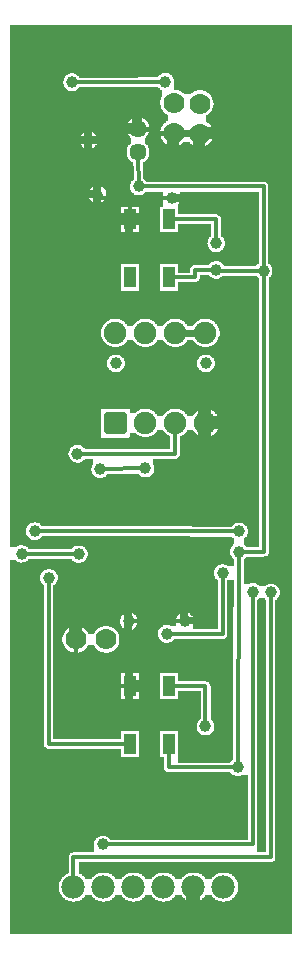
<source format=gbl>
G04 MADE WITH FRITZING*
G04 WWW.FRITZING.ORG*
G04 DOUBLE SIDED*
G04 HOLES PLATED*
G04 CONTOUR ON CENTER OF CONTOUR VECTOR*
%ASAXBY*%
%FSLAX23Y23*%
%MOIN*%
%OFA0B0*%
%SFA1.0B1.0*%
%ADD10C,0.075000*%
%ADD11C,0.039370*%
%ADD12C,0.070000*%
%ADD13C,0.057000*%
%ADD14C,0.078000*%
%ADD15R,0.040236X0.067069*%
%ADD16R,0.040222X0.067069*%
%ADD17R,0.040236X0.067083*%
%ADD18R,0.040222X0.067056*%
%ADD19C,0.024000*%
%ADD20C,0.012000*%
%ADD21C,0.016000*%
%ADD22C,0.020000*%
%LNCOPPER0*%
G90*
G70*
G54D10*
X121Y2995D03*
G54D11*
X694Y1942D03*
X394Y1942D03*
X580Y2491D03*
X887Y2250D03*
X729Y2253D03*
X564Y1040D03*
X751Y1242D03*
X693Y731D03*
X171Y1227D03*
X729Y2342D03*
X333Y2504D03*
X559Y2879D03*
X248Y2879D03*
X303Y2685D03*
X270Y1305D03*
X911Y1178D03*
X851Y1180D03*
X805Y1381D03*
X351Y338D03*
X124Y1382D03*
X80Y1307D03*
X471Y2531D03*
X266Y1640D03*
X493Y1591D03*
X342Y1589D03*
X804Y1313D03*
X800Y595D03*
X437Y1082D03*
X624Y1082D03*
G54D10*
X392Y1743D03*
X392Y2043D03*
X492Y1743D03*
X492Y2043D03*
X592Y1743D03*
X592Y2043D03*
X692Y1743D03*
X692Y2043D03*
G54D12*
X587Y2710D03*
X587Y2810D03*
X674Y2707D03*
X674Y2807D03*
G54D13*
X468Y2724D03*
X468Y2645D03*
X468Y2724D03*
X468Y2645D03*
X468Y2724D03*
X468Y2645D03*
G54D12*
X261Y1021D03*
X361Y1021D03*
G54D14*
X753Y196D03*
X653Y196D03*
X553Y196D03*
X453Y196D03*
X353Y196D03*
X253Y196D03*
G54D15*
X571Y865D03*
G54D16*
X441Y865D03*
G54D17*
X571Y672D03*
G54D18*
X441Y672D03*
G54D15*
X570Y2421D03*
G54D16*
X440Y2421D03*
G54D17*
X570Y2228D03*
G54D18*
X440Y2228D03*
G54D19*
X621Y2043D02*
X664Y2043D01*
D02*
X613Y2709D02*
X648Y2708D01*
G54D20*
D02*
X440Y2491D02*
X566Y2491D01*
D02*
X889Y1313D02*
X889Y2263D01*
D02*
X818Y1313D02*
X889Y1313D01*
D02*
X887Y2531D02*
X887Y2263D01*
D02*
X484Y2531D02*
X887Y2531D01*
D02*
X729Y2250D02*
X873Y2250D01*
D02*
X729Y2240D02*
X729Y2250D01*
D02*
X751Y1040D02*
X751Y1229D01*
D02*
X578Y1040D02*
X751Y1040D01*
D02*
X693Y865D02*
X693Y744D01*
D02*
X585Y865D02*
X693Y865D01*
D02*
X261Y865D02*
X261Y1001D01*
D02*
X426Y865D02*
X261Y865D01*
D02*
X571Y595D02*
X786Y595D01*
D02*
X571Y644D02*
X571Y595D01*
D02*
X171Y672D02*
X171Y1213D01*
D02*
X426Y672D02*
X171Y672D01*
D02*
X658Y2228D02*
X658Y2253D01*
D02*
X658Y2253D02*
X715Y2253D01*
D02*
X585Y2228D02*
X658Y2228D01*
D02*
X729Y2421D02*
X729Y2356D01*
D02*
X585Y2421D02*
X729Y2421D01*
D02*
X333Y2491D02*
X333Y2491D01*
D02*
X440Y2491D02*
X333Y2491D01*
D02*
X440Y2449D02*
X440Y2491D01*
D02*
X261Y2879D02*
X546Y2879D01*
D02*
X253Y221D02*
X253Y295D01*
D02*
X253Y295D02*
X911Y295D01*
D02*
X911Y295D02*
X911Y1164D01*
D02*
X851Y338D02*
X364Y338D01*
D02*
X851Y1166D02*
X851Y338D01*
D02*
X791Y1381D02*
X138Y1382D01*
D02*
X257Y1306D02*
X93Y1306D01*
D02*
X468Y2626D02*
X470Y2544D01*
D02*
X592Y1640D02*
X280Y1640D01*
D02*
X592Y1720D02*
X592Y1640D01*
D02*
X480Y1591D02*
X355Y1589D01*
D02*
X804Y1300D02*
X800Y608D01*
D02*
X451Y1082D02*
X611Y1082D01*
G54D21*
D02*
X529Y2724D02*
X529Y2710D01*
D02*
X529Y2710D02*
X567Y2710D01*
D02*
X487Y2724D02*
X529Y2724D01*
G36*
X40Y3070D02*
X40Y2908D01*
X570Y2908D01*
X570Y2906D01*
X574Y2906D01*
X574Y2904D01*
X576Y2904D01*
X576Y2902D01*
X580Y2902D01*
X580Y2898D01*
X582Y2898D01*
X582Y2896D01*
X584Y2896D01*
X584Y2894D01*
X586Y2894D01*
X586Y2888D01*
X588Y2888D01*
X588Y2854D01*
X598Y2854D01*
X598Y2852D01*
X684Y2852D01*
X684Y2850D01*
X690Y2850D01*
X690Y2848D01*
X694Y2848D01*
X694Y2846D01*
X698Y2846D01*
X698Y2844D01*
X702Y2844D01*
X702Y2842D01*
X704Y2842D01*
X704Y2840D01*
X706Y2840D01*
X706Y2838D01*
X708Y2838D01*
X708Y2836D01*
X710Y2836D01*
X710Y2832D01*
X712Y2832D01*
X712Y2830D01*
X714Y2830D01*
X714Y2826D01*
X716Y2826D01*
X716Y2820D01*
X718Y2820D01*
X718Y2810D01*
X720Y2810D01*
X720Y2804D01*
X718Y2804D01*
X718Y2794D01*
X716Y2794D01*
X716Y2788D01*
X714Y2788D01*
X714Y2784D01*
X712Y2784D01*
X712Y2782D01*
X710Y2782D01*
X710Y2780D01*
X708Y2780D01*
X708Y2776D01*
X706Y2776D01*
X706Y2774D01*
X704Y2774D01*
X704Y2772D01*
X700Y2772D01*
X700Y2770D01*
X698Y2770D01*
X698Y2768D01*
X694Y2768D01*
X694Y2746D01*
X698Y2746D01*
X698Y2744D01*
X700Y2744D01*
X700Y2742D01*
X704Y2742D01*
X704Y2740D01*
X706Y2740D01*
X706Y2738D01*
X708Y2738D01*
X708Y2736D01*
X710Y2736D01*
X710Y2732D01*
X712Y2732D01*
X712Y2730D01*
X714Y2730D01*
X714Y2726D01*
X716Y2726D01*
X716Y2720D01*
X718Y2720D01*
X718Y2710D01*
X720Y2710D01*
X720Y2704D01*
X718Y2704D01*
X718Y2694D01*
X716Y2694D01*
X716Y2688D01*
X714Y2688D01*
X714Y2684D01*
X712Y2684D01*
X712Y2682D01*
X710Y2682D01*
X710Y2678D01*
X708Y2678D01*
X708Y2676D01*
X706Y2676D01*
X706Y2674D01*
X704Y2674D01*
X704Y2672D01*
X700Y2672D01*
X700Y2670D01*
X698Y2670D01*
X698Y2668D01*
X694Y2668D01*
X694Y2666D01*
X690Y2666D01*
X690Y2664D01*
X684Y2664D01*
X684Y2662D01*
X982Y2662D01*
X982Y3070D01*
X40Y3070D01*
G37*
D02*
G36*
X40Y2908D02*
X40Y2848D01*
X244Y2848D01*
X244Y2850D01*
X236Y2850D01*
X236Y2852D01*
X232Y2852D01*
X232Y2854D01*
X230Y2854D01*
X230Y2856D01*
X228Y2856D01*
X228Y2858D01*
X226Y2858D01*
X226Y2860D01*
X224Y2860D01*
X224Y2862D01*
X222Y2862D01*
X222Y2866D01*
X220Y2866D01*
X220Y2872D01*
X218Y2872D01*
X218Y2884D01*
X220Y2884D01*
X220Y2890D01*
X222Y2890D01*
X222Y2894D01*
X224Y2894D01*
X224Y2898D01*
X226Y2898D01*
X226Y2900D01*
X228Y2900D01*
X228Y2902D01*
X232Y2902D01*
X232Y2904D01*
X236Y2904D01*
X236Y2906D01*
X240Y2906D01*
X240Y2908D01*
X40Y2908D01*
G37*
D02*
G36*
X254Y2908D02*
X254Y2906D01*
X260Y2906D01*
X260Y2904D01*
X264Y2904D01*
X264Y2902D01*
X266Y2902D01*
X266Y2900D01*
X270Y2900D01*
X270Y2896D01*
X272Y2896D01*
X272Y2894D01*
X468Y2894D01*
X468Y2896D01*
X536Y2896D01*
X536Y2900D01*
X538Y2900D01*
X538Y2902D01*
X542Y2902D01*
X542Y2904D01*
X544Y2904D01*
X544Y2906D01*
X548Y2906D01*
X548Y2908D01*
X254Y2908D01*
G37*
D02*
G36*
X472Y2864D02*
X472Y2862D01*
X272Y2862D01*
X272Y2860D01*
X270Y2860D01*
X270Y2858D01*
X268Y2858D01*
X268Y2856D01*
X266Y2856D01*
X266Y2854D01*
X264Y2854D01*
X264Y2852D01*
X260Y2852D01*
X260Y2850D01*
X250Y2850D01*
X250Y2848D01*
X548Y2848D01*
X548Y2852D01*
X546Y2852D01*
X546Y2854D01*
X542Y2854D01*
X542Y2856D01*
X540Y2856D01*
X540Y2858D01*
X538Y2858D01*
X538Y2860D01*
X536Y2860D01*
X536Y2862D01*
X534Y2862D01*
X534Y2864D01*
X472Y2864D01*
G37*
D02*
G36*
X604Y2852D02*
X604Y2850D01*
X608Y2850D01*
X608Y2848D01*
X612Y2848D01*
X612Y2846D01*
X614Y2846D01*
X614Y2844D01*
X616Y2844D01*
X616Y2842D01*
X620Y2842D01*
X620Y2838D01*
X642Y2838D01*
X642Y2840D01*
X644Y2840D01*
X644Y2842D01*
X648Y2842D01*
X648Y2844D01*
X650Y2844D01*
X650Y2846D01*
X654Y2846D01*
X654Y2848D01*
X658Y2848D01*
X658Y2850D01*
X664Y2850D01*
X664Y2852D01*
X604Y2852D01*
G37*
D02*
G36*
X40Y2848D02*
X40Y2846D01*
X548Y2846D01*
X548Y2848D01*
X40Y2848D01*
G37*
D02*
G36*
X40Y2848D02*
X40Y2846D01*
X548Y2846D01*
X548Y2848D01*
X40Y2848D01*
G37*
D02*
G36*
X40Y2846D02*
X40Y2762D01*
X476Y2762D01*
X476Y2760D01*
X484Y2760D01*
X484Y2758D01*
X486Y2758D01*
X486Y2756D01*
X490Y2756D01*
X490Y2754D01*
X492Y2754D01*
X492Y2752D01*
X494Y2752D01*
X494Y2750D01*
X496Y2750D01*
X496Y2748D01*
X498Y2748D01*
X498Y2746D01*
X500Y2746D01*
X500Y2742D01*
X502Y2742D01*
X502Y2740D01*
X504Y2740D01*
X504Y2734D01*
X506Y2734D01*
X506Y2714D01*
X504Y2714D01*
X504Y2708D01*
X502Y2708D01*
X502Y2704D01*
X500Y2704D01*
X500Y2702D01*
X498Y2702D01*
X498Y2698D01*
X496Y2698D01*
X496Y2696D01*
X494Y2696D01*
X494Y2694D01*
X492Y2694D01*
X492Y2674D01*
X494Y2674D01*
X494Y2672D01*
X496Y2672D01*
X496Y2670D01*
X498Y2670D01*
X498Y2668D01*
X500Y2668D01*
X500Y2664D01*
X580Y2664D01*
X580Y2666D01*
X572Y2666D01*
X572Y2668D01*
X568Y2668D01*
X568Y2670D01*
X564Y2670D01*
X564Y2672D01*
X560Y2672D01*
X560Y2674D01*
X558Y2674D01*
X558Y2676D01*
X556Y2676D01*
X556Y2678D01*
X554Y2678D01*
X554Y2680D01*
X552Y2680D01*
X552Y2682D01*
X550Y2682D01*
X550Y2686D01*
X548Y2686D01*
X548Y2690D01*
X546Y2690D01*
X546Y2694D01*
X544Y2694D01*
X544Y2702D01*
X542Y2702D01*
X542Y2718D01*
X544Y2718D01*
X544Y2724D01*
X546Y2724D01*
X546Y2730D01*
X548Y2730D01*
X548Y2732D01*
X550Y2732D01*
X550Y2736D01*
X552Y2736D01*
X552Y2738D01*
X554Y2738D01*
X554Y2740D01*
X556Y2740D01*
X556Y2742D01*
X558Y2742D01*
X558Y2744D01*
X560Y2744D01*
X560Y2746D01*
X562Y2746D01*
X562Y2748D01*
X566Y2748D01*
X566Y2750D01*
X568Y2750D01*
X568Y2770D01*
X564Y2770D01*
X564Y2772D01*
X562Y2772D01*
X562Y2774D01*
X558Y2774D01*
X558Y2776D01*
X556Y2776D01*
X556Y2778D01*
X554Y2778D01*
X554Y2780D01*
X552Y2780D01*
X552Y2784D01*
X550Y2784D01*
X550Y2786D01*
X548Y2786D01*
X548Y2790D01*
X546Y2790D01*
X546Y2794D01*
X544Y2794D01*
X544Y2802D01*
X542Y2802D01*
X542Y2818D01*
X544Y2818D01*
X544Y2824D01*
X546Y2824D01*
X546Y2830D01*
X548Y2830D01*
X548Y2846D01*
X40Y2846D01*
G37*
D02*
G36*
X40Y2762D02*
X40Y2714D01*
X312Y2714D01*
X312Y2712D01*
X318Y2712D01*
X318Y2710D01*
X320Y2710D01*
X320Y2708D01*
X322Y2708D01*
X322Y2706D01*
X326Y2706D01*
X326Y2702D01*
X328Y2702D01*
X328Y2700D01*
X330Y2700D01*
X330Y2696D01*
X332Y2696D01*
X332Y2686D01*
X334Y2686D01*
X334Y2684D01*
X332Y2684D01*
X332Y2674D01*
X330Y2674D01*
X330Y2670D01*
X328Y2670D01*
X328Y2668D01*
X326Y2668D01*
X326Y2664D01*
X324Y2664D01*
X324Y2662D01*
X320Y2662D01*
X320Y2660D01*
X318Y2660D01*
X318Y2658D01*
X314Y2658D01*
X314Y2656D01*
X432Y2656D01*
X432Y2662D01*
X434Y2662D01*
X434Y2664D01*
X436Y2664D01*
X436Y2668D01*
X438Y2668D01*
X438Y2670D01*
X440Y2670D01*
X440Y2672D01*
X442Y2672D01*
X442Y2674D01*
X444Y2674D01*
X444Y2694D01*
X442Y2694D01*
X442Y2696D01*
X440Y2696D01*
X440Y2698D01*
X438Y2698D01*
X438Y2702D01*
X436Y2702D01*
X436Y2704D01*
X434Y2704D01*
X434Y2708D01*
X432Y2708D01*
X432Y2714D01*
X430Y2714D01*
X430Y2734D01*
X432Y2734D01*
X432Y2740D01*
X434Y2740D01*
X434Y2744D01*
X436Y2744D01*
X436Y2746D01*
X438Y2746D01*
X438Y2748D01*
X440Y2748D01*
X440Y2752D01*
X444Y2752D01*
X444Y2754D01*
X446Y2754D01*
X446Y2756D01*
X448Y2756D01*
X448Y2758D01*
X452Y2758D01*
X452Y2760D01*
X458Y2760D01*
X458Y2762D01*
X40Y2762D01*
G37*
D02*
G36*
X40Y2714D02*
X40Y2656D01*
X294Y2656D01*
X294Y2658D01*
X290Y2658D01*
X290Y2660D01*
X286Y2660D01*
X286Y2662D01*
X284Y2662D01*
X284Y2664D01*
X282Y2664D01*
X282Y2666D01*
X280Y2666D01*
X280Y2668D01*
X278Y2668D01*
X278Y2672D01*
X276Y2672D01*
X276Y2676D01*
X274Y2676D01*
X274Y2692D01*
X276Y2692D01*
X276Y2698D01*
X278Y2698D01*
X278Y2702D01*
X280Y2702D01*
X280Y2704D01*
X282Y2704D01*
X282Y2706D01*
X284Y2706D01*
X284Y2708D01*
X286Y2708D01*
X286Y2710D01*
X290Y2710D01*
X290Y2712D01*
X294Y2712D01*
X294Y2714D01*
X40Y2714D01*
G37*
D02*
G36*
X620Y2680D02*
X620Y2678D01*
X618Y2678D01*
X618Y2676D01*
X616Y2676D01*
X616Y2674D01*
X614Y2674D01*
X614Y2672D01*
X610Y2672D01*
X610Y2670D01*
X606Y2670D01*
X606Y2668D01*
X602Y2668D01*
X602Y2666D01*
X594Y2666D01*
X594Y2664D01*
X658Y2664D01*
X658Y2666D01*
X654Y2666D01*
X654Y2668D01*
X650Y2668D01*
X650Y2670D01*
X648Y2670D01*
X648Y2672D01*
X646Y2672D01*
X646Y2674D01*
X642Y2674D01*
X642Y2676D01*
X640Y2676D01*
X640Y2680D01*
X620Y2680D01*
G37*
D02*
G36*
X502Y2664D02*
X502Y2662D01*
X666Y2662D01*
X666Y2664D01*
X502Y2664D01*
G37*
D02*
G36*
X502Y2664D02*
X502Y2662D01*
X666Y2662D01*
X666Y2664D01*
X502Y2664D01*
G37*
D02*
G36*
X502Y2662D02*
X502Y2660D01*
X982Y2660D01*
X982Y2662D01*
X502Y2662D01*
G37*
D02*
G36*
X502Y2662D02*
X502Y2660D01*
X982Y2660D01*
X982Y2662D01*
X502Y2662D01*
G37*
D02*
G36*
X504Y2660D02*
X504Y2654D01*
X506Y2654D01*
X506Y2636D01*
X504Y2636D01*
X504Y2630D01*
X502Y2630D01*
X502Y2626D01*
X500Y2626D01*
X500Y2622D01*
X498Y2622D01*
X498Y2620D01*
X496Y2620D01*
X496Y2618D01*
X494Y2618D01*
X494Y2616D01*
X492Y2616D01*
X492Y2614D01*
X490Y2614D01*
X490Y2612D01*
X486Y2612D01*
X486Y2556D01*
X488Y2556D01*
X488Y2554D01*
X490Y2554D01*
X490Y2552D01*
X492Y2552D01*
X492Y2550D01*
X494Y2550D01*
X494Y2548D01*
X496Y2548D01*
X496Y2546D01*
X894Y2546D01*
X894Y2544D01*
X896Y2544D01*
X896Y2542D01*
X898Y2542D01*
X898Y2540D01*
X900Y2540D01*
X900Y2538D01*
X902Y2538D01*
X902Y2274D01*
X904Y2274D01*
X904Y2272D01*
X908Y2272D01*
X908Y2270D01*
X910Y2270D01*
X910Y2266D01*
X912Y2266D01*
X912Y2264D01*
X914Y2264D01*
X914Y2258D01*
X916Y2258D01*
X916Y2242D01*
X914Y2242D01*
X914Y2236D01*
X912Y2236D01*
X912Y2232D01*
X910Y2232D01*
X910Y2230D01*
X908Y2230D01*
X908Y2228D01*
X906Y2228D01*
X906Y2226D01*
X904Y2226D01*
X904Y1306D01*
X902Y1306D01*
X902Y1302D01*
X900Y1302D01*
X900Y1300D01*
X896Y1300D01*
X896Y1298D01*
X888Y1298D01*
X888Y1296D01*
X828Y1296D01*
X828Y1294D01*
X826Y1294D01*
X826Y1292D01*
X824Y1292D01*
X824Y1290D01*
X822Y1290D01*
X822Y1288D01*
X820Y1288D01*
X820Y1210D01*
X854Y1210D01*
X854Y1208D01*
X912Y1208D01*
X912Y1206D01*
X922Y1206D01*
X922Y1204D01*
X926Y1204D01*
X926Y1202D01*
X928Y1202D01*
X928Y1200D01*
X932Y1200D01*
X932Y1196D01*
X934Y1196D01*
X934Y1194D01*
X936Y1194D01*
X936Y1192D01*
X938Y1192D01*
X938Y1186D01*
X940Y1186D01*
X940Y1168D01*
X938Y1168D01*
X938Y1164D01*
X936Y1164D01*
X936Y1160D01*
X934Y1160D01*
X934Y1158D01*
X932Y1158D01*
X932Y1156D01*
X930Y1156D01*
X930Y1154D01*
X928Y1154D01*
X928Y1152D01*
X926Y1152D01*
X926Y288D01*
X924Y288D01*
X924Y284D01*
X922Y284D01*
X922Y282D01*
X918Y282D01*
X918Y280D01*
X270Y280D01*
X270Y244D01*
X766Y244D01*
X766Y242D01*
X772Y242D01*
X772Y240D01*
X776Y240D01*
X776Y238D01*
X780Y238D01*
X780Y236D01*
X782Y236D01*
X782Y234D01*
X784Y234D01*
X784Y232D01*
X788Y232D01*
X788Y228D01*
X790Y228D01*
X790Y226D01*
X792Y226D01*
X792Y224D01*
X794Y224D01*
X794Y220D01*
X796Y220D01*
X796Y218D01*
X798Y218D01*
X798Y212D01*
X800Y212D01*
X800Y206D01*
X802Y206D01*
X802Y186D01*
X800Y186D01*
X800Y178D01*
X798Y178D01*
X798Y174D01*
X796Y174D01*
X796Y170D01*
X794Y170D01*
X794Y168D01*
X792Y168D01*
X792Y164D01*
X790Y164D01*
X790Y162D01*
X788Y162D01*
X788Y160D01*
X786Y160D01*
X786Y158D01*
X782Y158D01*
X782Y156D01*
X780Y156D01*
X780Y154D01*
X776Y154D01*
X776Y152D01*
X774Y152D01*
X774Y150D01*
X766Y150D01*
X766Y148D01*
X758Y148D01*
X758Y146D01*
X982Y146D01*
X982Y2660D01*
X504Y2660D01*
G37*
D02*
G36*
X40Y2656D02*
X40Y2654D01*
X430Y2654D01*
X430Y2656D01*
X40Y2656D01*
G37*
D02*
G36*
X40Y2656D02*
X40Y2654D01*
X430Y2654D01*
X430Y2656D01*
X40Y2656D01*
G37*
D02*
G36*
X40Y2654D02*
X40Y2534D01*
X340Y2534D01*
X340Y2532D01*
X346Y2532D01*
X346Y2530D01*
X348Y2530D01*
X348Y2528D01*
X352Y2528D01*
X352Y2526D01*
X354Y2526D01*
X354Y2524D01*
X356Y2524D01*
X356Y2522D01*
X358Y2522D01*
X358Y2518D01*
X360Y2518D01*
X360Y2514D01*
X362Y2514D01*
X362Y2502D01*
X460Y2502D01*
X460Y2504D01*
X456Y2504D01*
X456Y2506D01*
X454Y2506D01*
X454Y2508D01*
X450Y2508D01*
X450Y2510D01*
X448Y2510D01*
X448Y2514D01*
X446Y2514D01*
X446Y2516D01*
X444Y2516D01*
X444Y2520D01*
X442Y2520D01*
X442Y2540D01*
X444Y2540D01*
X444Y2546D01*
X446Y2546D01*
X446Y2548D01*
X448Y2548D01*
X448Y2550D01*
X450Y2550D01*
X450Y2552D01*
X452Y2552D01*
X452Y2554D01*
X454Y2554D01*
X454Y2600D01*
X452Y2600D01*
X452Y2610D01*
X450Y2610D01*
X450Y2612D01*
X446Y2612D01*
X446Y2614D01*
X444Y2614D01*
X444Y2616D01*
X442Y2616D01*
X442Y2618D01*
X440Y2618D01*
X440Y2620D01*
X438Y2620D01*
X438Y2622D01*
X436Y2622D01*
X436Y2626D01*
X434Y2626D01*
X434Y2628D01*
X432Y2628D01*
X432Y2634D01*
X430Y2634D01*
X430Y2654D01*
X40Y2654D01*
G37*
D02*
G36*
X40Y2534D02*
X40Y2474D01*
X328Y2474D01*
X328Y2476D01*
X320Y2476D01*
X320Y2478D01*
X318Y2478D01*
X318Y2480D01*
X314Y2480D01*
X314Y2482D01*
X312Y2482D01*
X312Y2484D01*
X310Y2484D01*
X310Y2486D01*
X308Y2486D01*
X308Y2490D01*
X306Y2490D01*
X306Y2494D01*
X304Y2494D01*
X304Y2514D01*
X306Y2514D01*
X306Y2518D01*
X308Y2518D01*
X308Y2522D01*
X310Y2522D01*
X310Y2524D01*
X312Y2524D01*
X312Y2526D01*
X314Y2526D01*
X314Y2528D01*
X318Y2528D01*
X318Y2530D01*
X320Y2530D01*
X320Y2532D01*
X326Y2532D01*
X326Y2534D01*
X40Y2534D01*
G37*
D02*
G36*
X494Y2514D02*
X494Y2512D01*
X492Y2512D01*
X492Y2510D01*
X490Y2510D01*
X490Y2508D01*
X488Y2508D01*
X488Y2506D01*
X486Y2506D01*
X486Y2504D01*
X482Y2504D01*
X482Y2502D01*
X550Y2502D01*
X550Y2514D01*
X494Y2514D01*
G37*
D02*
G36*
X608Y2514D02*
X608Y2494D01*
X610Y2494D01*
X610Y2488D01*
X608Y2488D01*
X608Y2480D01*
X606Y2480D01*
X606Y2476D01*
X604Y2476D01*
X604Y2472D01*
X602Y2472D01*
X602Y2470D01*
X600Y2470D01*
X600Y2438D01*
X730Y2438D01*
X730Y2436D01*
X736Y2436D01*
X736Y2434D01*
X740Y2434D01*
X740Y2432D01*
X742Y2432D01*
X742Y2428D01*
X744Y2428D01*
X744Y2366D01*
X746Y2366D01*
X746Y2364D01*
X750Y2364D01*
X750Y2362D01*
X752Y2362D01*
X752Y2358D01*
X754Y2358D01*
X754Y2356D01*
X756Y2356D01*
X756Y2350D01*
X758Y2350D01*
X758Y2334D01*
X756Y2334D01*
X756Y2328D01*
X754Y2328D01*
X754Y2326D01*
X752Y2326D01*
X752Y2322D01*
X750Y2322D01*
X750Y2320D01*
X748Y2320D01*
X748Y2318D01*
X744Y2318D01*
X744Y2316D01*
X742Y2316D01*
X742Y2314D01*
X736Y2314D01*
X736Y2312D01*
X870Y2312D01*
X870Y2514D01*
X608Y2514D01*
G37*
D02*
G36*
X362Y2502D02*
X362Y2500D01*
X550Y2500D01*
X550Y2502D01*
X362Y2502D01*
G37*
D02*
G36*
X362Y2502D02*
X362Y2500D01*
X550Y2500D01*
X550Y2502D01*
X362Y2502D01*
G37*
D02*
G36*
X362Y2500D02*
X362Y2494D01*
X360Y2494D01*
X360Y2490D01*
X358Y2490D01*
X358Y2486D01*
X356Y2486D01*
X356Y2484D01*
X354Y2484D01*
X354Y2482D01*
X352Y2482D01*
X352Y2480D01*
X348Y2480D01*
X348Y2478D01*
X346Y2478D01*
X346Y2476D01*
X338Y2476D01*
X338Y2474D01*
X552Y2474D01*
X552Y2484D01*
X550Y2484D01*
X550Y2500D01*
X362Y2500D01*
G37*
D02*
G36*
X40Y2474D02*
X40Y2472D01*
X552Y2472D01*
X552Y2474D01*
X40Y2474D01*
G37*
D02*
G36*
X40Y2474D02*
X40Y2472D01*
X552Y2472D01*
X552Y2474D01*
X40Y2474D01*
G37*
D02*
G36*
X40Y2472D02*
X40Y2464D01*
X470Y2464D01*
X470Y2378D01*
X540Y2378D01*
X540Y2464D01*
X552Y2464D01*
X552Y2472D01*
X40Y2472D01*
G37*
D02*
G36*
X40Y2464D02*
X40Y2378D01*
X410Y2378D01*
X410Y2464D01*
X40Y2464D01*
G37*
D02*
G36*
X600Y2406D02*
X600Y2378D01*
X712Y2378D01*
X712Y2406D01*
X600Y2406D01*
G37*
D02*
G36*
X40Y2378D02*
X40Y2376D01*
X712Y2376D01*
X712Y2378D01*
X40Y2378D01*
G37*
D02*
G36*
X40Y2378D02*
X40Y2376D01*
X712Y2376D01*
X712Y2378D01*
X40Y2378D01*
G37*
D02*
G36*
X40Y2378D02*
X40Y2376D01*
X712Y2376D01*
X712Y2378D01*
X40Y2378D01*
G37*
D02*
G36*
X40Y2376D02*
X40Y2312D01*
X722Y2312D01*
X722Y2314D01*
X716Y2314D01*
X716Y2316D01*
X712Y2316D01*
X712Y2318D01*
X710Y2318D01*
X710Y2320D01*
X708Y2320D01*
X708Y2322D01*
X706Y2322D01*
X706Y2324D01*
X704Y2324D01*
X704Y2328D01*
X702Y2328D01*
X702Y2332D01*
X700Y2332D01*
X700Y2340D01*
X698Y2340D01*
X698Y2342D01*
X700Y2342D01*
X700Y2352D01*
X702Y2352D01*
X702Y2356D01*
X704Y2356D01*
X704Y2360D01*
X706Y2360D01*
X706Y2362D01*
X708Y2362D01*
X708Y2364D01*
X710Y2364D01*
X710Y2366D01*
X712Y2366D01*
X712Y2376D01*
X40Y2376D01*
G37*
D02*
G36*
X40Y2312D02*
X40Y2310D01*
X870Y2310D01*
X870Y2312D01*
X40Y2312D01*
G37*
D02*
G36*
X40Y2312D02*
X40Y2310D01*
X870Y2310D01*
X870Y2312D01*
X40Y2312D01*
G37*
D02*
G36*
X40Y2310D02*
X40Y2282D01*
X738Y2282D01*
X738Y2280D01*
X742Y2280D01*
X742Y2278D01*
X746Y2278D01*
X746Y2276D01*
X748Y2276D01*
X748Y2274D01*
X750Y2274D01*
X750Y2272D01*
X752Y2272D01*
X752Y2270D01*
X754Y2270D01*
X754Y2266D01*
X862Y2266D01*
X862Y2268D01*
X864Y2268D01*
X864Y2270D01*
X866Y2270D01*
X866Y2272D01*
X868Y2272D01*
X868Y2274D01*
X870Y2274D01*
X870Y2310D01*
X40Y2310D01*
G37*
D02*
G36*
X40Y2282D02*
X40Y2272D01*
X600Y2272D01*
X600Y2244D01*
X642Y2244D01*
X642Y2258D01*
X644Y2258D01*
X644Y2262D01*
X646Y2262D01*
X646Y2264D01*
X648Y2264D01*
X648Y2266D01*
X650Y2266D01*
X650Y2268D01*
X704Y2268D01*
X704Y2270D01*
X706Y2270D01*
X706Y2274D01*
X708Y2274D01*
X708Y2276D01*
X712Y2276D01*
X712Y2278D01*
X714Y2278D01*
X714Y2280D01*
X720Y2280D01*
X720Y2282D01*
X40Y2282D01*
G37*
D02*
G36*
X40Y2272D02*
X40Y2184D01*
X410Y2184D01*
X410Y2272D01*
X40Y2272D01*
G37*
D02*
G36*
X470Y2272D02*
X470Y2184D01*
X540Y2184D01*
X540Y2272D01*
X470Y2272D01*
G37*
D02*
G36*
X674Y2236D02*
X674Y2224D01*
X720Y2224D01*
X720Y2226D01*
X714Y2226D01*
X714Y2228D01*
X712Y2228D01*
X712Y2230D01*
X708Y2230D01*
X708Y2232D01*
X706Y2232D01*
X706Y2236D01*
X674Y2236D01*
G37*
D02*
G36*
X750Y2234D02*
X750Y2232D01*
X748Y2232D01*
X748Y2230D01*
X746Y2230D01*
X746Y2228D01*
X742Y2228D01*
X742Y2226D01*
X738Y2226D01*
X738Y2224D01*
X870Y2224D01*
X870Y2226D01*
X868Y2226D01*
X868Y2228D01*
X866Y2228D01*
X866Y2230D01*
X864Y2230D01*
X864Y2232D01*
X862Y2232D01*
X862Y2234D01*
X750Y2234D01*
G37*
D02*
G36*
X674Y2224D02*
X674Y2222D01*
X872Y2222D01*
X872Y2224D01*
X674Y2224D01*
G37*
D02*
G36*
X674Y2224D02*
X674Y2222D01*
X872Y2222D01*
X872Y2224D01*
X674Y2224D01*
G37*
D02*
G36*
X672Y2222D02*
X672Y2218D01*
X670Y2218D01*
X670Y2216D01*
X666Y2216D01*
X666Y2214D01*
X662Y2214D01*
X662Y2212D01*
X600Y2212D01*
X600Y2184D01*
X872Y2184D01*
X872Y2222D01*
X672Y2222D01*
G37*
D02*
G36*
X40Y2184D02*
X40Y2182D01*
X872Y2182D01*
X872Y2184D01*
X40Y2184D01*
G37*
D02*
G36*
X40Y2184D02*
X40Y2182D01*
X872Y2182D01*
X872Y2184D01*
X40Y2184D01*
G37*
D02*
G36*
X40Y2184D02*
X40Y2182D01*
X872Y2182D01*
X872Y2184D01*
X40Y2184D01*
G37*
D02*
G36*
X40Y2182D02*
X40Y2090D01*
X702Y2090D01*
X702Y2088D01*
X708Y2088D01*
X708Y2086D01*
X714Y2086D01*
X714Y2084D01*
X716Y2084D01*
X716Y2082D01*
X720Y2082D01*
X720Y2080D01*
X722Y2080D01*
X722Y2078D01*
X724Y2078D01*
X724Y2076D01*
X726Y2076D01*
X726Y2074D01*
X728Y2074D01*
X728Y2072D01*
X730Y2072D01*
X730Y2070D01*
X732Y2070D01*
X732Y2066D01*
X734Y2066D01*
X734Y2062D01*
X736Y2062D01*
X736Y2058D01*
X738Y2058D01*
X738Y2050D01*
X740Y2050D01*
X740Y2034D01*
X738Y2034D01*
X738Y2028D01*
X736Y2028D01*
X736Y2022D01*
X734Y2022D01*
X734Y2018D01*
X732Y2018D01*
X732Y2016D01*
X730Y2016D01*
X730Y2012D01*
X728Y2012D01*
X728Y2010D01*
X726Y2010D01*
X726Y2008D01*
X724Y2008D01*
X724Y2006D01*
X722Y2006D01*
X722Y2004D01*
X718Y2004D01*
X718Y2002D01*
X714Y2002D01*
X714Y2000D01*
X712Y2000D01*
X712Y1998D01*
X706Y1998D01*
X706Y1996D01*
X872Y1996D01*
X872Y2182D01*
X40Y2182D01*
G37*
D02*
G36*
X40Y2090D02*
X40Y1996D01*
X380Y1996D01*
X380Y1998D01*
X374Y1998D01*
X374Y2000D01*
X370Y2000D01*
X370Y2002D01*
X366Y2002D01*
X366Y2004D01*
X364Y2004D01*
X364Y2006D01*
X362Y2006D01*
X362Y2008D01*
X358Y2008D01*
X358Y2012D01*
X356Y2012D01*
X356Y2014D01*
X354Y2014D01*
X354Y2016D01*
X352Y2016D01*
X352Y2020D01*
X350Y2020D01*
X350Y2024D01*
X348Y2024D01*
X348Y2030D01*
X346Y2030D01*
X346Y2040D01*
X344Y2040D01*
X344Y2046D01*
X346Y2046D01*
X346Y2056D01*
X348Y2056D01*
X348Y2062D01*
X350Y2062D01*
X350Y2066D01*
X352Y2066D01*
X352Y2068D01*
X354Y2068D01*
X354Y2072D01*
X356Y2072D01*
X356Y2074D01*
X358Y2074D01*
X358Y2076D01*
X360Y2076D01*
X360Y2078D01*
X362Y2078D01*
X362Y2080D01*
X364Y2080D01*
X364Y2082D01*
X368Y2082D01*
X368Y2084D01*
X372Y2084D01*
X372Y2086D01*
X376Y2086D01*
X376Y2088D01*
X384Y2088D01*
X384Y2090D01*
X40Y2090D01*
G37*
D02*
G36*
X402Y2090D02*
X402Y2088D01*
X408Y2088D01*
X408Y2086D01*
X414Y2086D01*
X414Y2084D01*
X416Y2084D01*
X416Y2082D01*
X420Y2082D01*
X420Y2080D01*
X422Y2080D01*
X422Y2078D01*
X424Y2078D01*
X424Y2076D01*
X426Y2076D01*
X426Y2074D01*
X428Y2074D01*
X428Y2072D01*
X430Y2072D01*
X430Y2070D01*
X432Y2070D01*
X432Y2066D01*
X452Y2066D01*
X452Y2068D01*
X454Y2068D01*
X454Y2072D01*
X456Y2072D01*
X456Y2074D01*
X458Y2074D01*
X458Y2076D01*
X460Y2076D01*
X460Y2078D01*
X462Y2078D01*
X462Y2080D01*
X464Y2080D01*
X464Y2082D01*
X468Y2082D01*
X468Y2084D01*
X472Y2084D01*
X472Y2086D01*
X476Y2086D01*
X476Y2088D01*
X484Y2088D01*
X484Y2090D01*
X402Y2090D01*
G37*
D02*
G36*
X502Y2090D02*
X502Y2088D01*
X508Y2088D01*
X508Y2086D01*
X514Y2086D01*
X514Y2084D01*
X516Y2084D01*
X516Y2082D01*
X520Y2082D01*
X520Y2080D01*
X522Y2080D01*
X522Y2078D01*
X524Y2078D01*
X524Y2076D01*
X526Y2076D01*
X526Y2074D01*
X528Y2074D01*
X528Y2072D01*
X530Y2072D01*
X530Y2070D01*
X532Y2070D01*
X532Y2066D01*
X552Y2066D01*
X552Y2068D01*
X554Y2068D01*
X554Y2072D01*
X556Y2072D01*
X556Y2074D01*
X558Y2074D01*
X558Y2076D01*
X560Y2076D01*
X560Y2078D01*
X562Y2078D01*
X562Y2080D01*
X564Y2080D01*
X564Y2082D01*
X568Y2082D01*
X568Y2084D01*
X572Y2084D01*
X572Y2086D01*
X576Y2086D01*
X576Y2088D01*
X584Y2088D01*
X584Y2090D01*
X502Y2090D01*
G37*
D02*
G36*
X602Y2090D02*
X602Y2088D01*
X608Y2088D01*
X608Y2086D01*
X614Y2086D01*
X614Y2084D01*
X616Y2084D01*
X616Y2082D01*
X620Y2082D01*
X620Y2080D01*
X622Y2080D01*
X622Y2078D01*
X624Y2078D01*
X624Y2076D01*
X626Y2076D01*
X626Y2074D01*
X628Y2074D01*
X628Y2072D01*
X630Y2072D01*
X630Y2070D01*
X632Y2070D01*
X632Y2066D01*
X652Y2066D01*
X652Y2068D01*
X654Y2068D01*
X654Y2072D01*
X656Y2072D01*
X656Y2074D01*
X658Y2074D01*
X658Y2076D01*
X660Y2076D01*
X660Y2078D01*
X662Y2078D01*
X662Y2080D01*
X664Y2080D01*
X664Y2082D01*
X668Y2082D01*
X668Y2084D01*
X672Y2084D01*
X672Y2086D01*
X676Y2086D01*
X676Y2088D01*
X684Y2088D01*
X684Y2090D01*
X602Y2090D01*
G37*
D02*
G36*
X432Y2018D02*
X432Y2016D01*
X430Y2016D01*
X430Y2012D01*
X428Y2012D01*
X428Y2010D01*
X426Y2010D01*
X426Y2008D01*
X424Y2008D01*
X424Y2006D01*
X422Y2006D01*
X422Y2004D01*
X418Y2004D01*
X418Y2002D01*
X414Y2002D01*
X414Y2000D01*
X412Y2000D01*
X412Y1998D01*
X406Y1998D01*
X406Y1996D01*
X480Y1996D01*
X480Y1998D01*
X474Y1998D01*
X474Y2000D01*
X470Y2000D01*
X470Y2002D01*
X466Y2002D01*
X466Y2004D01*
X464Y2004D01*
X464Y2006D01*
X462Y2006D01*
X462Y2008D01*
X458Y2008D01*
X458Y2012D01*
X456Y2012D01*
X456Y2014D01*
X454Y2014D01*
X454Y2016D01*
X452Y2016D01*
X452Y2018D01*
X432Y2018D01*
G37*
D02*
G36*
X532Y2018D02*
X532Y2016D01*
X530Y2016D01*
X530Y2012D01*
X528Y2012D01*
X528Y2010D01*
X526Y2010D01*
X526Y2008D01*
X524Y2008D01*
X524Y2006D01*
X522Y2006D01*
X522Y2004D01*
X518Y2004D01*
X518Y2002D01*
X514Y2002D01*
X514Y2000D01*
X512Y2000D01*
X512Y1998D01*
X506Y1998D01*
X506Y1996D01*
X580Y1996D01*
X580Y1998D01*
X574Y1998D01*
X574Y2000D01*
X570Y2000D01*
X570Y2002D01*
X566Y2002D01*
X566Y2004D01*
X564Y2004D01*
X564Y2006D01*
X562Y2006D01*
X562Y2008D01*
X558Y2008D01*
X558Y2012D01*
X556Y2012D01*
X556Y2014D01*
X554Y2014D01*
X554Y2016D01*
X552Y2016D01*
X552Y2018D01*
X532Y2018D01*
G37*
D02*
G36*
X632Y2018D02*
X632Y2016D01*
X630Y2016D01*
X630Y2012D01*
X628Y2012D01*
X628Y2010D01*
X626Y2010D01*
X626Y2008D01*
X624Y2008D01*
X624Y2006D01*
X622Y2006D01*
X622Y2004D01*
X618Y2004D01*
X618Y2002D01*
X614Y2002D01*
X614Y2000D01*
X612Y2000D01*
X612Y1998D01*
X606Y1998D01*
X606Y1996D01*
X680Y1996D01*
X680Y1998D01*
X674Y1998D01*
X674Y2000D01*
X670Y2000D01*
X670Y2002D01*
X666Y2002D01*
X666Y2004D01*
X664Y2004D01*
X664Y2006D01*
X662Y2006D01*
X662Y2008D01*
X658Y2008D01*
X658Y2012D01*
X656Y2012D01*
X656Y2014D01*
X654Y2014D01*
X654Y2016D01*
X652Y2016D01*
X652Y2018D01*
X632Y2018D01*
G37*
D02*
G36*
X40Y1996D02*
X40Y1994D01*
X872Y1994D01*
X872Y1996D01*
X40Y1996D01*
G37*
D02*
G36*
X40Y1996D02*
X40Y1994D01*
X872Y1994D01*
X872Y1996D01*
X40Y1996D01*
G37*
D02*
G36*
X40Y1996D02*
X40Y1994D01*
X872Y1994D01*
X872Y1996D01*
X40Y1996D01*
G37*
D02*
G36*
X40Y1996D02*
X40Y1994D01*
X872Y1994D01*
X872Y1996D01*
X40Y1996D01*
G37*
D02*
G36*
X40Y1996D02*
X40Y1994D01*
X872Y1994D01*
X872Y1996D01*
X40Y1996D01*
G37*
D02*
G36*
X40Y1994D02*
X40Y1970D01*
X704Y1970D01*
X704Y1968D01*
X708Y1968D01*
X708Y1966D01*
X712Y1966D01*
X712Y1964D01*
X714Y1964D01*
X714Y1962D01*
X716Y1962D01*
X716Y1960D01*
X718Y1960D01*
X718Y1958D01*
X720Y1958D01*
X720Y1954D01*
X722Y1954D01*
X722Y1948D01*
X724Y1948D01*
X724Y1934D01*
X722Y1934D01*
X722Y1928D01*
X720Y1928D01*
X720Y1926D01*
X718Y1926D01*
X718Y1922D01*
X716Y1922D01*
X716Y1920D01*
X714Y1920D01*
X714Y1918D01*
X710Y1918D01*
X710Y1916D01*
X708Y1916D01*
X708Y1914D01*
X702Y1914D01*
X702Y1912D01*
X872Y1912D01*
X872Y1994D01*
X40Y1994D01*
G37*
D02*
G36*
X40Y1970D02*
X40Y1912D01*
X386Y1912D01*
X386Y1914D01*
X380Y1914D01*
X380Y1916D01*
X378Y1916D01*
X378Y1918D01*
X374Y1918D01*
X374Y1920D01*
X372Y1920D01*
X372Y1922D01*
X370Y1922D01*
X370Y1926D01*
X368Y1926D01*
X368Y1930D01*
X366Y1930D01*
X366Y1936D01*
X364Y1936D01*
X364Y1946D01*
X366Y1946D01*
X366Y1954D01*
X368Y1954D01*
X368Y1956D01*
X370Y1956D01*
X370Y1960D01*
X372Y1960D01*
X372Y1962D01*
X374Y1962D01*
X374Y1964D01*
X376Y1964D01*
X376Y1966D01*
X380Y1966D01*
X380Y1968D01*
X384Y1968D01*
X384Y1970D01*
X40Y1970D01*
G37*
D02*
G36*
X404Y1970D02*
X404Y1968D01*
X408Y1968D01*
X408Y1966D01*
X412Y1966D01*
X412Y1964D01*
X414Y1964D01*
X414Y1962D01*
X416Y1962D01*
X416Y1960D01*
X418Y1960D01*
X418Y1958D01*
X420Y1958D01*
X420Y1954D01*
X422Y1954D01*
X422Y1948D01*
X424Y1948D01*
X424Y1934D01*
X422Y1934D01*
X422Y1928D01*
X420Y1928D01*
X420Y1926D01*
X418Y1926D01*
X418Y1922D01*
X416Y1922D01*
X416Y1920D01*
X414Y1920D01*
X414Y1918D01*
X410Y1918D01*
X410Y1916D01*
X408Y1916D01*
X408Y1914D01*
X402Y1914D01*
X402Y1912D01*
X686Y1912D01*
X686Y1914D01*
X680Y1914D01*
X680Y1916D01*
X678Y1916D01*
X678Y1918D01*
X674Y1918D01*
X674Y1920D01*
X672Y1920D01*
X672Y1922D01*
X670Y1922D01*
X670Y1926D01*
X668Y1926D01*
X668Y1930D01*
X666Y1930D01*
X666Y1936D01*
X664Y1936D01*
X664Y1946D01*
X666Y1946D01*
X666Y1954D01*
X668Y1954D01*
X668Y1956D01*
X670Y1956D01*
X670Y1960D01*
X672Y1960D01*
X672Y1962D01*
X674Y1962D01*
X674Y1964D01*
X676Y1964D01*
X676Y1966D01*
X680Y1966D01*
X680Y1968D01*
X684Y1968D01*
X684Y1970D01*
X404Y1970D01*
G37*
D02*
G36*
X40Y1912D02*
X40Y1910D01*
X872Y1910D01*
X872Y1912D01*
X40Y1912D01*
G37*
D02*
G36*
X40Y1912D02*
X40Y1910D01*
X872Y1910D01*
X872Y1912D01*
X40Y1912D01*
G37*
D02*
G36*
X40Y1912D02*
X40Y1910D01*
X872Y1910D01*
X872Y1912D01*
X40Y1912D01*
G37*
D02*
G36*
X40Y1910D02*
X40Y1790D01*
X702Y1790D01*
X702Y1788D01*
X708Y1788D01*
X708Y1786D01*
X714Y1786D01*
X714Y1784D01*
X716Y1784D01*
X716Y1782D01*
X720Y1782D01*
X720Y1780D01*
X722Y1780D01*
X722Y1778D01*
X724Y1778D01*
X724Y1776D01*
X726Y1776D01*
X726Y1774D01*
X728Y1774D01*
X728Y1772D01*
X730Y1772D01*
X730Y1770D01*
X732Y1770D01*
X732Y1766D01*
X734Y1766D01*
X734Y1762D01*
X736Y1762D01*
X736Y1758D01*
X738Y1758D01*
X738Y1750D01*
X740Y1750D01*
X740Y1734D01*
X738Y1734D01*
X738Y1728D01*
X736Y1728D01*
X736Y1722D01*
X734Y1722D01*
X734Y1718D01*
X732Y1718D01*
X732Y1716D01*
X730Y1716D01*
X730Y1712D01*
X728Y1712D01*
X728Y1710D01*
X726Y1710D01*
X726Y1708D01*
X724Y1708D01*
X724Y1706D01*
X722Y1706D01*
X722Y1704D01*
X718Y1704D01*
X718Y1702D01*
X714Y1702D01*
X714Y1700D01*
X712Y1700D01*
X712Y1698D01*
X706Y1698D01*
X706Y1696D01*
X872Y1696D01*
X872Y1910D01*
X40Y1910D01*
G37*
D02*
G36*
X40Y1790D02*
X40Y1694D01*
X346Y1694D01*
X346Y1696D01*
X344Y1696D01*
X344Y1790D01*
X40Y1790D01*
G37*
D02*
G36*
X440Y1790D02*
X440Y1776D01*
X460Y1776D01*
X460Y1778D01*
X462Y1778D01*
X462Y1780D01*
X464Y1780D01*
X464Y1782D01*
X468Y1782D01*
X468Y1784D01*
X472Y1784D01*
X472Y1786D01*
X476Y1786D01*
X476Y1788D01*
X484Y1788D01*
X484Y1790D01*
X440Y1790D01*
G37*
D02*
G36*
X502Y1790D02*
X502Y1788D01*
X508Y1788D01*
X508Y1786D01*
X514Y1786D01*
X514Y1784D01*
X516Y1784D01*
X516Y1782D01*
X520Y1782D01*
X520Y1780D01*
X522Y1780D01*
X522Y1778D01*
X524Y1778D01*
X524Y1776D01*
X526Y1776D01*
X526Y1774D01*
X528Y1774D01*
X528Y1772D01*
X530Y1772D01*
X530Y1770D01*
X532Y1770D01*
X532Y1766D01*
X552Y1766D01*
X552Y1768D01*
X554Y1768D01*
X554Y1772D01*
X556Y1772D01*
X556Y1774D01*
X558Y1774D01*
X558Y1776D01*
X560Y1776D01*
X560Y1778D01*
X562Y1778D01*
X562Y1780D01*
X564Y1780D01*
X564Y1782D01*
X568Y1782D01*
X568Y1784D01*
X572Y1784D01*
X572Y1786D01*
X576Y1786D01*
X576Y1788D01*
X584Y1788D01*
X584Y1790D01*
X502Y1790D01*
G37*
D02*
G36*
X602Y1790D02*
X602Y1788D01*
X608Y1788D01*
X608Y1786D01*
X614Y1786D01*
X614Y1784D01*
X616Y1784D01*
X616Y1782D01*
X620Y1782D01*
X620Y1780D01*
X622Y1780D01*
X622Y1778D01*
X624Y1778D01*
X624Y1776D01*
X626Y1776D01*
X626Y1774D01*
X628Y1774D01*
X628Y1772D01*
X630Y1772D01*
X630Y1770D01*
X632Y1770D01*
X632Y1766D01*
X652Y1766D01*
X652Y1768D01*
X654Y1768D01*
X654Y1772D01*
X656Y1772D01*
X656Y1774D01*
X658Y1774D01*
X658Y1776D01*
X660Y1776D01*
X660Y1778D01*
X662Y1778D01*
X662Y1780D01*
X664Y1780D01*
X664Y1782D01*
X668Y1782D01*
X668Y1784D01*
X672Y1784D01*
X672Y1786D01*
X676Y1786D01*
X676Y1788D01*
X684Y1788D01*
X684Y1790D01*
X602Y1790D01*
G37*
D02*
G36*
X532Y1718D02*
X532Y1716D01*
X530Y1716D01*
X530Y1712D01*
X528Y1712D01*
X528Y1710D01*
X526Y1710D01*
X526Y1708D01*
X524Y1708D01*
X524Y1706D01*
X522Y1706D01*
X522Y1704D01*
X518Y1704D01*
X518Y1702D01*
X514Y1702D01*
X514Y1700D01*
X512Y1700D01*
X512Y1698D01*
X506Y1698D01*
X506Y1696D01*
X576Y1696D01*
X576Y1698D01*
X574Y1698D01*
X574Y1700D01*
X570Y1700D01*
X570Y1702D01*
X566Y1702D01*
X566Y1704D01*
X564Y1704D01*
X564Y1706D01*
X562Y1706D01*
X562Y1708D01*
X558Y1708D01*
X558Y1712D01*
X556Y1712D01*
X556Y1714D01*
X554Y1714D01*
X554Y1716D01*
X552Y1716D01*
X552Y1718D01*
X532Y1718D01*
G37*
D02*
G36*
X632Y1718D02*
X632Y1716D01*
X630Y1716D01*
X630Y1712D01*
X628Y1712D01*
X628Y1710D01*
X626Y1710D01*
X626Y1708D01*
X624Y1708D01*
X624Y1706D01*
X622Y1706D01*
X622Y1704D01*
X618Y1704D01*
X618Y1702D01*
X614Y1702D01*
X614Y1700D01*
X612Y1700D01*
X612Y1698D01*
X608Y1698D01*
X608Y1696D01*
X680Y1696D01*
X680Y1698D01*
X674Y1698D01*
X674Y1700D01*
X670Y1700D01*
X670Y1702D01*
X666Y1702D01*
X666Y1704D01*
X664Y1704D01*
X664Y1706D01*
X662Y1706D01*
X662Y1708D01*
X658Y1708D01*
X658Y1712D01*
X656Y1712D01*
X656Y1714D01*
X654Y1714D01*
X654Y1716D01*
X652Y1716D01*
X652Y1718D01*
X632Y1718D01*
G37*
D02*
G36*
X440Y1708D02*
X440Y1696D01*
X480Y1696D01*
X480Y1698D01*
X474Y1698D01*
X474Y1700D01*
X470Y1700D01*
X470Y1702D01*
X466Y1702D01*
X466Y1704D01*
X464Y1704D01*
X464Y1706D01*
X462Y1706D01*
X462Y1708D01*
X440Y1708D01*
G37*
D02*
G36*
X438Y1696D02*
X438Y1694D01*
X576Y1694D01*
X576Y1696D01*
X438Y1696D01*
G37*
D02*
G36*
X438Y1696D02*
X438Y1694D01*
X576Y1694D01*
X576Y1696D01*
X438Y1696D01*
G37*
D02*
G36*
X608Y1696D02*
X608Y1694D01*
X872Y1694D01*
X872Y1696D01*
X608Y1696D01*
G37*
D02*
G36*
X608Y1696D02*
X608Y1694D01*
X872Y1694D01*
X872Y1696D01*
X608Y1696D01*
G37*
D02*
G36*
X40Y1694D02*
X40Y1692D01*
X576Y1692D01*
X576Y1694D01*
X40Y1694D01*
G37*
D02*
G36*
X40Y1694D02*
X40Y1692D01*
X576Y1692D01*
X576Y1694D01*
X40Y1694D01*
G37*
D02*
G36*
X608Y1694D02*
X608Y1634D01*
X606Y1634D01*
X606Y1630D01*
X604Y1630D01*
X604Y1628D01*
X602Y1628D01*
X602Y1626D01*
X598Y1626D01*
X598Y1624D01*
X518Y1624D01*
X518Y1604D01*
X520Y1604D01*
X520Y1600D01*
X522Y1600D01*
X522Y1582D01*
X520Y1582D01*
X520Y1576D01*
X518Y1576D01*
X518Y1574D01*
X516Y1574D01*
X516Y1570D01*
X514Y1570D01*
X514Y1568D01*
X510Y1568D01*
X510Y1566D01*
X508Y1566D01*
X508Y1564D01*
X504Y1564D01*
X504Y1562D01*
X872Y1562D01*
X872Y1694D01*
X608Y1694D01*
G37*
D02*
G36*
X40Y1692D02*
X40Y1670D01*
X270Y1670D01*
X270Y1668D01*
X278Y1668D01*
X278Y1666D01*
X282Y1666D01*
X282Y1664D01*
X284Y1664D01*
X284Y1662D01*
X286Y1662D01*
X286Y1660D01*
X288Y1660D01*
X288Y1658D01*
X290Y1658D01*
X290Y1656D01*
X576Y1656D01*
X576Y1692D01*
X40Y1692D01*
G37*
D02*
G36*
X40Y1670D02*
X40Y1610D01*
X260Y1610D01*
X260Y1612D01*
X254Y1612D01*
X254Y1614D01*
X250Y1614D01*
X250Y1616D01*
X248Y1616D01*
X248Y1618D01*
X246Y1618D01*
X246Y1620D01*
X244Y1620D01*
X244Y1622D01*
X242Y1622D01*
X242Y1624D01*
X240Y1624D01*
X240Y1628D01*
X238Y1628D01*
X238Y1636D01*
X236Y1636D01*
X236Y1642D01*
X238Y1642D01*
X238Y1650D01*
X240Y1650D01*
X240Y1654D01*
X242Y1654D01*
X242Y1658D01*
X244Y1658D01*
X244Y1660D01*
X246Y1660D01*
X246Y1662D01*
X248Y1662D01*
X248Y1664D01*
X252Y1664D01*
X252Y1666D01*
X256Y1666D01*
X256Y1668D01*
X264Y1668D01*
X264Y1670D01*
X40Y1670D01*
G37*
D02*
G36*
X290Y1624D02*
X290Y1620D01*
X288Y1620D01*
X288Y1618D01*
X286Y1618D01*
X286Y1616D01*
X282Y1616D01*
X282Y1614D01*
X280Y1614D01*
X280Y1612D01*
X274Y1612D01*
X274Y1610D01*
X318Y1610D01*
X318Y1624D01*
X290Y1624D01*
G37*
D02*
G36*
X40Y1610D02*
X40Y1608D01*
X318Y1608D01*
X318Y1610D01*
X40Y1610D01*
G37*
D02*
G36*
X40Y1610D02*
X40Y1608D01*
X318Y1608D01*
X318Y1610D01*
X40Y1610D01*
G37*
D02*
G36*
X40Y1608D02*
X40Y1558D01*
X340Y1558D01*
X340Y1560D01*
X332Y1560D01*
X332Y1562D01*
X328Y1562D01*
X328Y1564D01*
X324Y1564D01*
X324Y1566D01*
X322Y1566D01*
X322Y1568D01*
X320Y1568D01*
X320Y1570D01*
X318Y1570D01*
X318Y1572D01*
X316Y1572D01*
X316Y1576D01*
X314Y1576D01*
X314Y1582D01*
X312Y1582D01*
X312Y1594D01*
X314Y1594D01*
X314Y1600D01*
X316Y1600D01*
X316Y1604D01*
X318Y1604D01*
X318Y1608D01*
X40Y1608D01*
G37*
D02*
G36*
X374Y1574D02*
X374Y1572D01*
X366Y1572D01*
X366Y1570D01*
X364Y1570D01*
X364Y1568D01*
X362Y1568D01*
X362Y1566D01*
X360Y1566D01*
X360Y1564D01*
X356Y1564D01*
X356Y1562D01*
X482Y1562D01*
X482Y1564D01*
X478Y1564D01*
X478Y1566D01*
X476Y1566D01*
X476Y1568D01*
X472Y1568D01*
X472Y1572D01*
X470Y1572D01*
X470Y1574D01*
X374Y1574D01*
G37*
D02*
G36*
X352Y1562D02*
X352Y1560D01*
X872Y1560D01*
X872Y1562D01*
X352Y1562D01*
G37*
D02*
G36*
X352Y1562D02*
X352Y1560D01*
X872Y1560D01*
X872Y1562D01*
X352Y1562D01*
G37*
D02*
G36*
X344Y1560D02*
X344Y1558D01*
X872Y1558D01*
X872Y1560D01*
X344Y1560D01*
G37*
D02*
G36*
X40Y1558D02*
X40Y1556D01*
X872Y1556D01*
X872Y1558D01*
X40Y1558D01*
G37*
D02*
G36*
X40Y1558D02*
X40Y1556D01*
X872Y1556D01*
X872Y1558D01*
X40Y1558D01*
G37*
D02*
G36*
X40Y1556D02*
X40Y1412D01*
X128Y1412D01*
X128Y1410D01*
X814Y1410D01*
X814Y1408D01*
X818Y1408D01*
X818Y1406D01*
X822Y1406D01*
X822Y1404D01*
X824Y1404D01*
X824Y1402D01*
X826Y1402D01*
X826Y1400D01*
X828Y1400D01*
X828Y1398D01*
X830Y1398D01*
X830Y1394D01*
X832Y1394D01*
X832Y1390D01*
X834Y1390D01*
X834Y1372D01*
X832Y1372D01*
X832Y1368D01*
X830Y1368D01*
X830Y1364D01*
X828Y1364D01*
X828Y1362D01*
X826Y1362D01*
X826Y1360D01*
X824Y1360D01*
X824Y1358D01*
X822Y1358D01*
X822Y1336D01*
X824Y1336D01*
X824Y1334D01*
X826Y1334D01*
X826Y1332D01*
X828Y1332D01*
X828Y1328D01*
X872Y1328D01*
X872Y1556D01*
X40Y1556D01*
G37*
D02*
G36*
X40Y1412D02*
X40Y1352D01*
X118Y1352D01*
X118Y1354D01*
X112Y1354D01*
X112Y1356D01*
X108Y1356D01*
X108Y1358D01*
X106Y1358D01*
X106Y1360D01*
X104Y1360D01*
X104Y1362D01*
X102Y1362D01*
X102Y1364D01*
X100Y1364D01*
X100Y1366D01*
X98Y1366D01*
X98Y1370D01*
X96Y1370D01*
X96Y1378D01*
X94Y1378D01*
X94Y1386D01*
X96Y1386D01*
X96Y1394D01*
X98Y1394D01*
X98Y1398D01*
X100Y1398D01*
X100Y1400D01*
X102Y1400D01*
X102Y1402D01*
X104Y1402D01*
X104Y1404D01*
X106Y1404D01*
X106Y1406D01*
X108Y1406D01*
X108Y1408D01*
X112Y1408D01*
X112Y1410D01*
X120Y1410D01*
X120Y1412D01*
X40Y1412D01*
G37*
D02*
G36*
X136Y1410D02*
X136Y1408D01*
X140Y1408D01*
X140Y1406D01*
X142Y1406D01*
X142Y1404D01*
X144Y1404D01*
X144Y1402D01*
X146Y1402D01*
X146Y1400D01*
X148Y1400D01*
X148Y1398D01*
X648Y1398D01*
X648Y1396D01*
X780Y1396D01*
X780Y1398D01*
X782Y1398D01*
X782Y1400D01*
X784Y1400D01*
X784Y1402D01*
X786Y1402D01*
X786Y1404D01*
X788Y1404D01*
X788Y1406D01*
X792Y1406D01*
X792Y1408D01*
X796Y1408D01*
X796Y1410D01*
X136Y1410D01*
G37*
D02*
G36*
X148Y1366D02*
X148Y1364D01*
X146Y1364D01*
X146Y1360D01*
X142Y1360D01*
X142Y1358D01*
X140Y1358D01*
X140Y1356D01*
X136Y1356D01*
X136Y1354D01*
X130Y1354D01*
X130Y1352D01*
X788Y1352D01*
X788Y1358D01*
X784Y1358D01*
X784Y1360D01*
X782Y1360D01*
X782Y1364D01*
X640Y1364D01*
X640Y1366D01*
X148Y1366D01*
G37*
D02*
G36*
X40Y1352D02*
X40Y1350D01*
X788Y1350D01*
X788Y1352D01*
X40Y1352D01*
G37*
D02*
G36*
X40Y1352D02*
X40Y1350D01*
X788Y1350D01*
X788Y1352D01*
X40Y1352D01*
G37*
D02*
G36*
X40Y1350D02*
X40Y1336D01*
X86Y1336D01*
X86Y1334D01*
X280Y1334D01*
X280Y1332D01*
X284Y1332D01*
X284Y1330D01*
X288Y1330D01*
X288Y1328D01*
X290Y1328D01*
X290Y1326D01*
X292Y1326D01*
X292Y1324D01*
X294Y1324D01*
X294Y1322D01*
X296Y1322D01*
X296Y1318D01*
X298Y1318D01*
X298Y1312D01*
X300Y1312D01*
X300Y1298D01*
X298Y1298D01*
X298Y1292D01*
X296Y1292D01*
X296Y1288D01*
X294Y1288D01*
X294Y1286D01*
X292Y1286D01*
X292Y1284D01*
X290Y1284D01*
X290Y1282D01*
X288Y1282D01*
X288Y1280D01*
X284Y1280D01*
X284Y1278D01*
X278Y1278D01*
X278Y1276D01*
X788Y1276D01*
X788Y1288D01*
X786Y1288D01*
X786Y1290D01*
X784Y1290D01*
X784Y1292D01*
X782Y1292D01*
X782Y1294D01*
X780Y1294D01*
X780Y1298D01*
X778Y1298D01*
X778Y1302D01*
X776Y1302D01*
X776Y1308D01*
X774Y1308D01*
X774Y1318D01*
X776Y1318D01*
X776Y1324D01*
X778Y1324D01*
X778Y1328D01*
X780Y1328D01*
X780Y1332D01*
X782Y1332D01*
X782Y1334D01*
X784Y1334D01*
X784Y1336D01*
X786Y1336D01*
X786Y1338D01*
X788Y1338D01*
X788Y1350D01*
X40Y1350D01*
G37*
D02*
G36*
X40Y1336D02*
X40Y1328D01*
X60Y1328D01*
X60Y1330D01*
X64Y1330D01*
X64Y1332D01*
X66Y1332D01*
X66Y1334D01*
X72Y1334D01*
X72Y1336D01*
X40Y1336D01*
G37*
D02*
G36*
X92Y1334D02*
X92Y1332D01*
X96Y1332D01*
X96Y1330D01*
X98Y1330D01*
X98Y1328D01*
X100Y1328D01*
X100Y1326D01*
X102Y1326D01*
X102Y1324D01*
X104Y1324D01*
X104Y1322D01*
X246Y1322D01*
X246Y1324D01*
X248Y1324D01*
X248Y1326D01*
X250Y1326D01*
X250Y1328D01*
X252Y1328D01*
X252Y1330D01*
X256Y1330D01*
X256Y1332D01*
X260Y1332D01*
X260Y1334D01*
X92Y1334D01*
G37*
D02*
G36*
X104Y1290D02*
X104Y1288D01*
X102Y1288D01*
X102Y1286D01*
X100Y1286D01*
X100Y1284D01*
X98Y1284D01*
X98Y1282D01*
X94Y1282D01*
X94Y1280D01*
X92Y1280D01*
X92Y1278D01*
X82Y1278D01*
X82Y1276D01*
X262Y1276D01*
X262Y1278D01*
X256Y1278D01*
X256Y1280D01*
X254Y1280D01*
X254Y1282D01*
X250Y1282D01*
X250Y1284D01*
X248Y1284D01*
X248Y1288D01*
X246Y1288D01*
X246Y1290D01*
X104Y1290D01*
G37*
D02*
G36*
X40Y1286D02*
X40Y1276D01*
X76Y1276D01*
X76Y1278D01*
X68Y1278D01*
X68Y1280D01*
X64Y1280D01*
X64Y1282D01*
X62Y1282D01*
X62Y1284D01*
X60Y1284D01*
X60Y1286D01*
X40Y1286D01*
G37*
D02*
G36*
X40Y1276D02*
X40Y1274D01*
X788Y1274D01*
X788Y1276D01*
X40Y1276D01*
G37*
D02*
G36*
X40Y1276D02*
X40Y1274D01*
X788Y1274D01*
X788Y1276D01*
X40Y1276D01*
G37*
D02*
G36*
X40Y1276D02*
X40Y1274D01*
X788Y1274D01*
X788Y1276D01*
X40Y1276D01*
G37*
D02*
G36*
X40Y1274D02*
X40Y1272D01*
X756Y1272D01*
X756Y1270D01*
X762Y1270D01*
X762Y1268D01*
X766Y1268D01*
X766Y1266D01*
X788Y1266D01*
X788Y1274D01*
X40Y1274D01*
G37*
D02*
G36*
X40Y1272D02*
X40Y1256D01*
X178Y1256D01*
X178Y1254D01*
X184Y1254D01*
X184Y1252D01*
X188Y1252D01*
X188Y1250D01*
X190Y1250D01*
X190Y1248D01*
X192Y1248D01*
X192Y1246D01*
X194Y1246D01*
X194Y1244D01*
X196Y1244D01*
X196Y1240D01*
X198Y1240D01*
X198Y1236D01*
X200Y1236D01*
X200Y1218D01*
X198Y1218D01*
X198Y1212D01*
X196Y1212D01*
X196Y1210D01*
X194Y1210D01*
X194Y1206D01*
X192Y1206D01*
X192Y1204D01*
X188Y1204D01*
X188Y1202D01*
X186Y1202D01*
X186Y1112D01*
X628Y1112D01*
X628Y1110D01*
X636Y1110D01*
X636Y1108D01*
X640Y1108D01*
X640Y1106D01*
X642Y1106D01*
X642Y1104D01*
X644Y1104D01*
X644Y1102D01*
X646Y1102D01*
X646Y1100D01*
X648Y1100D01*
X648Y1098D01*
X650Y1098D01*
X650Y1094D01*
X652Y1094D01*
X652Y1088D01*
X654Y1088D01*
X654Y1076D01*
X652Y1076D01*
X652Y1056D01*
X734Y1056D01*
X734Y1218D01*
X732Y1218D01*
X732Y1220D01*
X730Y1220D01*
X730Y1222D01*
X728Y1222D01*
X728Y1224D01*
X726Y1224D01*
X726Y1228D01*
X724Y1228D01*
X724Y1232D01*
X722Y1232D01*
X722Y1252D01*
X724Y1252D01*
X724Y1256D01*
X726Y1256D01*
X726Y1260D01*
X728Y1260D01*
X728Y1262D01*
X730Y1262D01*
X730Y1264D01*
X732Y1264D01*
X732Y1266D01*
X736Y1266D01*
X736Y1268D01*
X738Y1268D01*
X738Y1270D01*
X746Y1270D01*
X746Y1272D01*
X40Y1272D01*
G37*
D02*
G36*
X40Y1256D02*
X40Y628D01*
X410Y628D01*
X410Y656D01*
X166Y656D01*
X166Y658D01*
X162Y658D01*
X162Y660D01*
X160Y660D01*
X160Y662D01*
X158Y662D01*
X158Y664D01*
X156Y664D01*
X156Y670D01*
X154Y670D01*
X154Y1202D01*
X152Y1202D01*
X152Y1204D01*
X150Y1204D01*
X150Y1206D01*
X148Y1206D01*
X148Y1208D01*
X146Y1208D01*
X146Y1212D01*
X144Y1212D01*
X144Y1216D01*
X142Y1216D01*
X142Y1236D01*
X144Y1236D01*
X144Y1240D01*
X146Y1240D01*
X146Y1244D01*
X148Y1244D01*
X148Y1246D01*
X150Y1246D01*
X150Y1248D01*
X152Y1248D01*
X152Y1250D01*
X154Y1250D01*
X154Y1252D01*
X158Y1252D01*
X158Y1254D01*
X164Y1254D01*
X164Y1256D01*
X40Y1256D01*
G37*
D02*
G36*
X766Y1218D02*
X766Y1032D01*
X764Y1032D01*
X764Y1030D01*
X762Y1030D01*
X762Y1028D01*
X760Y1028D01*
X760Y1026D01*
X758Y1026D01*
X758Y1024D01*
X588Y1024D01*
X588Y1020D01*
X586Y1020D01*
X586Y1018D01*
X584Y1018D01*
X584Y1016D01*
X580Y1016D01*
X580Y1014D01*
X576Y1014D01*
X576Y1012D01*
X572Y1012D01*
X572Y1010D01*
X786Y1010D01*
X786Y1130D01*
X788Y1130D01*
X788Y1218D01*
X766Y1218D01*
G37*
D02*
G36*
X820Y1210D02*
X820Y1206D01*
X840Y1206D01*
X840Y1208D01*
X848Y1208D01*
X848Y1210D01*
X820Y1210D01*
G37*
D02*
G36*
X862Y1208D02*
X862Y1206D01*
X866Y1206D01*
X866Y1204D01*
X868Y1204D01*
X868Y1202D01*
X872Y1202D01*
X872Y1200D01*
X894Y1200D01*
X894Y1202D01*
X896Y1202D01*
X896Y1204D01*
X900Y1204D01*
X900Y1206D01*
X910Y1206D01*
X910Y1208D01*
X862Y1208D01*
G37*
D02*
G36*
X186Y1112D02*
X186Y1066D01*
X370Y1066D01*
X370Y1064D01*
X378Y1064D01*
X378Y1062D01*
X382Y1062D01*
X382Y1060D01*
X386Y1060D01*
X386Y1058D01*
X388Y1058D01*
X388Y1056D01*
X390Y1056D01*
X390Y1054D01*
X394Y1054D01*
X394Y1052D01*
X430Y1052D01*
X430Y1054D01*
X426Y1054D01*
X426Y1056D01*
X422Y1056D01*
X422Y1058D01*
X418Y1058D01*
X418Y1060D01*
X416Y1060D01*
X416Y1062D01*
X414Y1062D01*
X414Y1066D01*
X412Y1066D01*
X412Y1068D01*
X410Y1068D01*
X410Y1074D01*
X408Y1074D01*
X408Y1090D01*
X410Y1090D01*
X410Y1094D01*
X412Y1094D01*
X412Y1098D01*
X414Y1098D01*
X414Y1102D01*
X416Y1102D01*
X416Y1104D01*
X420Y1104D01*
X420Y1106D01*
X422Y1106D01*
X422Y1108D01*
X426Y1108D01*
X426Y1110D01*
X432Y1110D01*
X432Y1112D01*
X186Y1112D01*
G37*
D02*
G36*
X442Y1112D02*
X442Y1110D01*
X450Y1110D01*
X450Y1108D01*
X452Y1108D01*
X452Y1106D01*
X456Y1106D01*
X456Y1104D01*
X458Y1104D01*
X458Y1102D01*
X460Y1102D01*
X460Y1100D01*
X462Y1100D01*
X462Y1096D01*
X464Y1096D01*
X464Y1092D01*
X466Y1092D01*
X466Y1084D01*
X468Y1084D01*
X468Y1080D01*
X466Y1080D01*
X466Y1070D01*
X566Y1070D01*
X566Y1068D01*
X576Y1068D01*
X576Y1066D01*
X596Y1066D01*
X596Y1078D01*
X594Y1078D01*
X594Y1086D01*
X596Y1086D01*
X596Y1094D01*
X598Y1094D01*
X598Y1098D01*
X600Y1098D01*
X600Y1100D01*
X602Y1100D01*
X602Y1102D01*
X604Y1102D01*
X604Y1104D01*
X606Y1104D01*
X606Y1106D01*
X608Y1106D01*
X608Y1108D01*
X612Y1108D01*
X612Y1110D01*
X620Y1110D01*
X620Y1112D01*
X442Y1112D01*
G37*
D02*
G36*
X464Y1070D02*
X464Y1068D01*
X462Y1068D01*
X462Y1064D01*
X460Y1064D01*
X460Y1062D01*
X458Y1062D01*
X458Y1060D01*
X456Y1060D01*
X456Y1058D01*
X454Y1058D01*
X454Y1056D01*
X450Y1056D01*
X450Y1054D01*
X444Y1054D01*
X444Y1052D01*
X538Y1052D01*
X538Y1056D01*
X540Y1056D01*
X540Y1058D01*
X542Y1058D01*
X542Y1060D01*
X544Y1060D01*
X544Y1062D01*
X546Y1062D01*
X546Y1064D01*
X550Y1064D01*
X550Y1066D01*
X552Y1066D01*
X552Y1068D01*
X562Y1068D01*
X562Y1070D01*
X464Y1070D01*
G37*
D02*
G36*
X186Y1066D02*
X186Y976D01*
X254Y976D01*
X254Y978D01*
X246Y978D01*
X246Y980D01*
X242Y980D01*
X242Y982D01*
X238Y982D01*
X238Y984D01*
X234Y984D01*
X234Y986D01*
X232Y986D01*
X232Y988D01*
X230Y988D01*
X230Y990D01*
X228Y990D01*
X228Y992D01*
X226Y992D01*
X226Y994D01*
X224Y994D01*
X224Y998D01*
X222Y998D01*
X222Y1002D01*
X220Y1002D01*
X220Y1006D01*
X218Y1006D01*
X218Y1014D01*
X216Y1014D01*
X216Y1028D01*
X218Y1028D01*
X218Y1036D01*
X220Y1036D01*
X220Y1040D01*
X222Y1040D01*
X222Y1044D01*
X224Y1044D01*
X224Y1048D01*
X226Y1048D01*
X226Y1050D01*
X228Y1050D01*
X228Y1052D01*
X230Y1052D01*
X230Y1054D01*
X232Y1054D01*
X232Y1056D01*
X234Y1056D01*
X234Y1058D01*
X238Y1058D01*
X238Y1060D01*
X240Y1060D01*
X240Y1062D01*
X246Y1062D01*
X246Y1064D01*
X252Y1064D01*
X252Y1066D01*
X186Y1066D01*
G37*
D02*
G36*
X270Y1066D02*
X270Y1064D01*
X278Y1064D01*
X278Y1062D01*
X282Y1062D01*
X282Y1060D01*
X286Y1060D01*
X286Y1058D01*
X288Y1058D01*
X288Y1056D01*
X290Y1056D01*
X290Y1054D01*
X292Y1054D01*
X292Y1052D01*
X294Y1052D01*
X294Y1050D01*
X296Y1050D01*
X296Y1048D01*
X298Y1048D01*
X298Y1046D01*
X300Y1046D01*
X300Y1042D01*
X302Y1042D01*
X302Y1040D01*
X322Y1040D01*
X322Y1044D01*
X324Y1044D01*
X324Y1048D01*
X326Y1048D01*
X326Y1050D01*
X328Y1050D01*
X328Y1052D01*
X330Y1052D01*
X330Y1054D01*
X332Y1054D01*
X332Y1056D01*
X334Y1056D01*
X334Y1058D01*
X338Y1058D01*
X338Y1060D01*
X340Y1060D01*
X340Y1062D01*
X346Y1062D01*
X346Y1064D01*
X352Y1064D01*
X352Y1066D01*
X270Y1066D01*
G37*
D02*
G36*
X394Y1052D02*
X394Y1050D01*
X536Y1050D01*
X536Y1052D01*
X394Y1052D01*
G37*
D02*
G36*
X394Y1052D02*
X394Y1050D01*
X536Y1050D01*
X536Y1052D01*
X394Y1052D01*
G37*
D02*
G36*
X396Y1050D02*
X396Y1048D01*
X398Y1048D01*
X398Y1046D01*
X400Y1046D01*
X400Y1042D01*
X402Y1042D01*
X402Y1038D01*
X404Y1038D01*
X404Y1032D01*
X406Y1032D01*
X406Y1010D01*
X556Y1010D01*
X556Y1012D01*
X552Y1012D01*
X552Y1014D01*
X548Y1014D01*
X548Y1016D01*
X546Y1016D01*
X546Y1018D01*
X542Y1018D01*
X542Y1022D01*
X540Y1022D01*
X540Y1024D01*
X538Y1024D01*
X538Y1028D01*
X536Y1028D01*
X536Y1034D01*
X534Y1034D01*
X534Y1044D01*
X536Y1044D01*
X536Y1050D01*
X396Y1050D01*
G37*
D02*
G36*
X404Y1010D02*
X404Y1008D01*
X786Y1008D01*
X786Y1010D01*
X404Y1010D01*
G37*
D02*
G36*
X404Y1010D02*
X404Y1008D01*
X786Y1008D01*
X786Y1010D01*
X404Y1010D01*
G37*
D02*
G36*
X404Y1008D02*
X404Y1004D01*
X402Y1004D01*
X402Y1000D01*
X400Y1000D01*
X400Y996D01*
X398Y996D01*
X398Y994D01*
X396Y994D01*
X396Y992D01*
X394Y992D01*
X394Y990D01*
X392Y990D01*
X392Y988D01*
X390Y988D01*
X390Y986D01*
X388Y986D01*
X388Y984D01*
X384Y984D01*
X384Y982D01*
X382Y982D01*
X382Y980D01*
X376Y980D01*
X376Y978D01*
X370Y978D01*
X370Y976D01*
X786Y976D01*
X786Y1008D01*
X404Y1008D01*
G37*
D02*
G36*
X302Y1002D02*
X302Y1000D01*
X300Y1000D01*
X300Y998D01*
X298Y998D01*
X298Y994D01*
X296Y994D01*
X296Y992D01*
X294Y992D01*
X294Y990D01*
X292Y990D01*
X292Y988D01*
X290Y988D01*
X290Y986D01*
X288Y986D01*
X288Y984D01*
X284Y984D01*
X284Y982D01*
X282Y982D01*
X282Y980D01*
X276Y980D01*
X276Y978D01*
X270Y978D01*
X270Y976D01*
X354Y976D01*
X354Y978D01*
X346Y978D01*
X346Y980D01*
X342Y980D01*
X342Y982D01*
X338Y982D01*
X338Y984D01*
X334Y984D01*
X334Y986D01*
X332Y986D01*
X332Y988D01*
X330Y988D01*
X330Y990D01*
X328Y990D01*
X328Y992D01*
X326Y992D01*
X326Y994D01*
X324Y994D01*
X324Y998D01*
X322Y998D01*
X322Y1002D01*
X302Y1002D01*
G37*
D02*
G36*
X186Y976D02*
X186Y974D01*
X786Y974D01*
X786Y976D01*
X186Y976D01*
G37*
D02*
G36*
X186Y976D02*
X186Y974D01*
X786Y974D01*
X786Y976D01*
X186Y976D01*
G37*
D02*
G36*
X186Y976D02*
X186Y974D01*
X786Y974D01*
X786Y976D01*
X186Y976D01*
G37*
D02*
G36*
X186Y974D02*
X186Y908D01*
X600Y908D01*
X600Y882D01*
X694Y882D01*
X694Y880D01*
X700Y880D01*
X700Y878D01*
X704Y878D01*
X704Y876D01*
X706Y876D01*
X706Y872D01*
X708Y872D01*
X708Y866D01*
X710Y866D01*
X710Y754D01*
X712Y754D01*
X712Y752D01*
X714Y752D01*
X714Y750D01*
X716Y750D01*
X716Y748D01*
X718Y748D01*
X718Y744D01*
X720Y744D01*
X720Y740D01*
X722Y740D01*
X722Y722D01*
X720Y722D01*
X720Y716D01*
X718Y716D01*
X718Y714D01*
X716Y714D01*
X716Y710D01*
X714Y710D01*
X714Y708D01*
X710Y708D01*
X710Y706D01*
X708Y706D01*
X708Y704D01*
X704Y704D01*
X704Y702D01*
X784Y702D01*
X784Y806D01*
X786Y806D01*
X786Y974D01*
X186Y974D01*
G37*
D02*
G36*
X186Y908D02*
X186Y822D01*
X410Y822D01*
X410Y908D01*
X186Y908D01*
G37*
D02*
G36*
X470Y908D02*
X470Y822D01*
X540Y822D01*
X540Y908D01*
X470Y908D01*
G37*
D02*
G36*
X600Y850D02*
X600Y822D01*
X678Y822D01*
X678Y850D01*
X600Y850D01*
G37*
D02*
G36*
X186Y822D02*
X186Y820D01*
X678Y820D01*
X678Y822D01*
X186Y822D01*
G37*
D02*
G36*
X186Y822D02*
X186Y820D01*
X678Y820D01*
X678Y822D01*
X186Y822D01*
G37*
D02*
G36*
X186Y822D02*
X186Y820D01*
X678Y820D01*
X678Y822D01*
X186Y822D01*
G37*
D02*
G36*
X186Y820D02*
X186Y716D01*
X600Y716D01*
X600Y702D01*
X682Y702D01*
X682Y704D01*
X678Y704D01*
X678Y706D01*
X676Y706D01*
X676Y708D01*
X672Y708D01*
X672Y712D01*
X670Y712D01*
X670Y714D01*
X668Y714D01*
X668Y716D01*
X666Y716D01*
X666Y722D01*
X664Y722D01*
X664Y740D01*
X666Y740D01*
X666Y744D01*
X668Y744D01*
X668Y748D01*
X670Y748D01*
X670Y750D01*
X672Y750D01*
X672Y752D01*
X674Y752D01*
X674Y754D01*
X676Y754D01*
X676Y756D01*
X678Y756D01*
X678Y820D01*
X186Y820D01*
G37*
D02*
G36*
X186Y716D02*
X186Y688D01*
X410Y688D01*
X410Y716D01*
X186Y716D01*
G37*
D02*
G36*
X470Y716D02*
X470Y628D01*
X540Y628D01*
X540Y716D01*
X470Y716D01*
G37*
D02*
G36*
X600Y702D02*
X600Y700D01*
X784Y700D01*
X784Y702D01*
X600Y702D01*
G37*
D02*
G36*
X600Y702D02*
X600Y700D01*
X784Y700D01*
X784Y702D01*
X600Y702D01*
G37*
D02*
G36*
X600Y700D02*
X600Y610D01*
X776Y610D01*
X776Y614D01*
X778Y614D01*
X778Y616D01*
X780Y616D01*
X780Y618D01*
X782Y618D01*
X782Y620D01*
X784Y620D01*
X784Y700D01*
X600Y700D01*
G37*
D02*
G36*
X40Y628D02*
X40Y626D01*
X554Y626D01*
X554Y628D01*
X40Y628D01*
G37*
D02*
G36*
X40Y628D02*
X40Y626D01*
X554Y626D01*
X554Y628D01*
X40Y628D01*
G37*
D02*
G36*
X40Y626D02*
X40Y566D01*
X790Y566D01*
X790Y568D01*
X786Y568D01*
X786Y570D01*
X782Y570D01*
X782Y572D01*
X780Y572D01*
X780Y574D01*
X778Y574D01*
X778Y576D01*
X776Y576D01*
X776Y578D01*
X568Y578D01*
X568Y580D01*
X562Y580D01*
X562Y582D01*
X560Y582D01*
X560Y584D01*
X558Y584D01*
X558Y586D01*
X556Y586D01*
X556Y592D01*
X554Y592D01*
X554Y626D01*
X40Y626D01*
G37*
D02*
G36*
X814Y570D02*
X814Y568D01*
X810Y568D01*
X810Y566D01*
X834Y566D01*
X834Y570D01*
X814Y570D01*
G37*
D02*
G36*
X40Y566D02*
X40Y564D01*
X834Y564D01*
X834Y566D01*
X40Y566D01*
G37*
D02*
G36*
X40Y566D02*
X40Y564D01*
X834Y564D01*
X834Y566D01*
X40Y566D01*
G37*
D02*
G36*
X40Y564D02*
X40Y368D01*
X352Y368D01*
X352Y366D01*
X362Y366D01*
X362Y364D01*
X366Y364D01*
X366Y362D01*
X368Y362D01*
X368Y360D01*
X372Y360D01*
X372Y356D01*
X374Y356D01*
X374Y354D01*
X834Y354D01*
X834Y564D01*
X40Y564D01*
G37*
D02*
G36*
X40Y368D02*
X40Y146D01*
X248Y146D01*
X248Y148D01*
X240Y148D01*
X240Y150D01*
X234Y150D01*
X234Y152D01*
X230Y152D01*
X230Y154D01*
X226Y154D01*
X226Y156D01*
X224Y156D01*
X224Y158D01*
X222Y158D01*
X222Y160D01*
X218Y160D01*
X218Y164D01*
X216Y164D01*
X216Y166D01*
X214Y166D01*
X214Y168D01*
X212Y168D01*
X212Y172D01*
X210Y172D01*
X210Y174D01*
X208Y174D01*
X208Y180D01*
X206Y180D01*
X206Y188D01*
X204Y188D01*
X204Y204D01*
X206Y204D01*
X206Y212D01*
X208Y212D01*
X208Y216D01*
X210Y216D01*
X210Y220D01*
X212Y220D01*
X212Y224D01*
X214Y224D01*
X214Y226D01*
X216Y226D01*
X216Y228D01*
X218Y228D01*
X218Y230D01*
X220Y230D01*
X220Y232D01*
X222Y232D01*
X222Y234D01*
X224Y234D01*
X224Y236D01*
X228Y236D01*
X228Y238D01*
X230Y238D01*
X230Y240D01*
X234Y240D01*
X234Y242D01*
X238Y242D01*
X238Y302D01*
X240Y302D01*
X240Y306D01*
X242Y306D01*
X242Y308D01*
X246Y308D01*
X246Y310D01*
X252Y310D01*
X252Y312D01*
X322Y312D01*
X322Y348D01*
X324Y348D01*
X324Y352D01*
X326Y352D01*
X326Y354D01*
X328Y354D01*
X328Y358D01*
X330Y358D01*
X330Y360D01*
X334Y360D01*
X334Y362D01*
X336Y362D01*
X336Y364D01*
X340Y364D01*
X340Y366D01*
X350Y366D01*
X350Y368D01*
X40Y368D01*
G37*
D02*
G36*
X270Y244D02*
X270Y242D01*
X272Y242D01*
X272Y240D01*
X276Y240D01*
X276Y238D01*
X280Y238D01*
X280Y236D01*
X282Y236D01*
X282Y234D01*
X284Y234D01*
X284Y232D01*
X288Y232D01*
X288Y228D01*
X290Y228D01*
X290Y226D01*
X292Y226D01*
X292Y224D01*
X314Y224D01*
X314Y226D01*
X316Y226D01*
X316Y228D01*
X318Y228D01*
X318Y230D01*
X320Y230D01*
X320Y232D01*
X322Y232D01*
X322Y234D01*
X324Y234D01*
X324Y236D01*
X328Y236D01*
X328Y238D01*
X330Y238D01*
X330Y240D01*
X334Y240D01*
X334Y242D01*
X342Y242D01*
X342Y244D01*
X270Y244D01*
G37*
D02*
G36*
X366Y244D02*
X366Y242D01*
X372Y242D01*
X372Y240D01*
X376Y240D01*
X376Y238D01*
X380Y238D01*
X380Y236D01*
X382Y236D01*
X382Y234D01*
X384Y234D01*
X384Y232D01*
X388Y232D01*
X388Y228D01*
X390Y228D01*
X390Y226D01*
X392Y226D01*
X392Y224D01*
X414Y224D01*
X414Y226D01*
X416Y226D01*
X416Y228D01*
X418Y228D01*
X418Y230D01*
X420Y230D01*
X420Y232D01*
X422Y232D01*
X422Y234D01*
X424Y234D01*
X424Y236D01*
X428Y236D01*
X428Y238D01*
X430Y238D01*
X430Y240D01*
X434Y240D01*
X434Y242D01*
X442Y242D01*
X442Y244D01*
X366Y244D01*
G37*
D02*
G36*
X466Y244D02*
X466Y242D01*
X472Y242D01*
X472Y240D01*
X476Y240D01*
X476Y238D01*
X480Y238D01*
X480Y236D01*
X482Y236D01*
X482Y234D01*
X484Y234D01*
X484Y232D01*
X488Y232D01*
X488Y228D01*
X490Y228D01*
X490Y226D01*
X492Y226D01*
X492Y224D01*
X514Y224D01*
X514Y226D01*
X516Y226D01*
X516Y228D01*
X518Y228D01*
X518Y230D01*
X520Y230D01*
X520Y232D01*
X522Y232D01*
X522Y234D01*
X524Y234D01*
X524Y236D01*
X528Y236D01*
X528Y238D01*
X530Y238D01*
X530Y240D01*
X534Y240D01*
X534Y242D01*
X542Y242D01*
X542Y244D01*
X466Y244D01*
G37*
D02*
G36*
X566Y244D02*
X566Y242D01*
X572Y242D01*
X572Y240D01*
X576Y240D01*
X576Y238D01*
X580Y238D01*
X580Y236D01*
X582Y236D01*
X582Y234D01*
X584Y234D01*
X584Y232D01*
X588Y232D01*
X588Y228D01*
X590Y228D01*
X590Y226D01*
X592Y226D01*
X592Y224D01*
X614Y224D01*
X614Y226D01*
X616Y226D01*
X616Y228D01*
X618Y228D01*
X618Y230D01*
X620Y230D01*
X620Y232D01*
X622Y232D01*
X622Y234D01*
X624Y234D01*
X624Y236D01*
X628Y236D01*
X628Y238D01*
X630Y238D01*
X630Y240D01*
X634Y240D01*
X634Y242D01*
X642Y242D01*
X642Y244D01*
X566Y244D01*
G37*
D02*
G36*
X666Y244D02*
X666Y242D01*
X672Y242D01*
X672Y240D01*
X676Y240D01*
X676Y238D01*
X680Y238D01*
X680Y236D01*
X682Y236D01*
X682Y234D01*
X684Y234D01*
X684Y232D01*
X688Y232D01*
X688Y228D01*
X690Y228D01*
X690Y226D01*
X692Y226D01*
X692Y224D01*
X714Y224D01*
X714Y226D01*
X716Y226D01*
X716Y228D01*
X718Y228D01*
X718Y230D01*
X720Y230D01*
X720Y232D01*
X722Y232D01*
X722Y234D01*
X724Y234D01*
X724Y236D01*
X728Y236D01*
X728Y238D01*
X730Y238D01*
X730Y240D01*
X734Y240D01*
X734Y242D01*
X742Y242D01*
X742Y244D01*
X666Y244D01*
G37*
D02*
G36*
X292Y168D02*
X292Y164D01*
X290Y164D01*
X290Y162D01*
X288Y162D01*
X288Y160D01*
X286Y160D01*
X286Y158D01*
X282Y158D01*
X282Y156D01*
X280Y156D01*
X280Y154D01*
X276Y154D01*
X276Y152D01*
X274Y152D01*
X274Y150D01*
X266Y150D01*
X266Y148D01*
X258Y148D01*
X258Y146D01*
X348Y146D01*
X348Y148D01*
X340Y148D01*
X340Y150D01*
X334Y150D01*
X334Y152D01*
X330Y152D01*
X330Y154D01*
X326Y154D01*
X326Y156D01*
X324Y156D01*
X324Y158D01*
X322Y158D01*
X322Y160D01*
X318Y160D01*
X318Y164D01*
X316Y164D01*
X316Y166D01*
X314Y166D01*
X314Y168D01*
X292Y168D01*
G37*
D02*
G36*
X392Y168D02*
X392Y164D01*
X390Y164D01*
X390Y162D01*
X388Y162D01*
X388Y160D01*
X386Y160D01*
X386Y158D01*
X382Y158D01*
X382Y156D01*
X380Y156D01*
X380Y154D01*
X376Y154D01*
X376Y152D01*
X374Y152D01*
X374Y150D01*
X366Y150D01*
X366Y148D01*
X358Y148D01*
X358Y146D01*
X448Y146D01*
X448Y148D01*
X440Y148D01*
X440Y150D01*
X434Y150D01*
X434Y152D01*
X430Y152D01*
X430Y154D01*
X426Y154D01*
X426Y156D01*
X424Y156D01*
X424Y158D01*
X422Y158D01*
X422Y160D01*
X418Y160D01*
X418Y164D01*
X416Y164D01*
X416Y166D01*
X414Y166D01*
X414Y168D01*
X392Y168D01*
G37*
D02*
G36*
X492Y168D02*
X492Y164D01*
X490Y164D01*
X490Y162D01*
X488Y162D01*
X488Y160D01*
X486Y160D01*
X486Y158D01*
X482Y158D01*
X482Y156D01*
X480Y156D01*
X480Y154D01*
X476Y154D01*
X476Y152D01*
X474Y152D01*
X474Y150D01*
X466Y150D01*
X466Y148D01*
X458Y148D01*
X458Y146D01*
X548Y146D01*
X548Y148D01*
X540Y148D01*
X540Y150D01*
X534Y150D01*
X534Y152D01*
X530Y152D01*
X530Y154D01*
X526Y154D01*
X526Y156D01*
X524Y156D01*
X524Y158D01*
X522Y158D01*
X522Y160D01*
X518Y160D01*
X518Y164D01*
X516Y164D01*
X516Y166D01*
X514Y166D01*
X514Y168D01*
X492Y168D01*
G37*
D02*
G36*
X592Y168D02*
X592Y164D01*
X590Y164D01*
X590Y162D01*
X588Y162D01*
X588Y160D01*
X586Y160D01*
X586Y158D01*
X582Y158D01*
X582Y156D01*
X580Y156D01*
X580Y154D01*
X576Y154D01*
X576Y152D01*
X574Y152D01*
X574Y150D01*
X566Y150D01*
X566Y148D01*
X558Y148D01*
X558Y146D01*
X648Y146D01*
X648Y148D01*
X640Y148D01*
X640Y150D01*
X634Y150D01*
X634Y152D01*
X630Y152D01*
X630Y154D01*
X626Y154D01*
X626Y156D01*
X624Y156D01*
X624Y158D01*
X622Y158D01*
X622Y160D01*
X618Y160D01*
X618Y164D01*
X616Y164D01*
X616Y166D01*
X614Y166D01*
X614Y168D01*
X592Y168D01*
G37*
D02*
G36*
X692Y168D02*
X692Y164D01*
X690Y164D01*
X690Y162D01*
X688Y162D01*
X688Y160D01*
X686Y160D01*
X686Y158D01*
X682Y158D01*
X682Y156D01*
X680Y156D01*
X680Y154D01*
X676Y154D01*
X676Y152D01*
X674Y152D01*
X674Y150D01*
X666Y150D01*
X666Y148D01*
X658Y148D01*
X658Y146D01*
X748Y146D01*
X748Y148D01*
X740Y148D01*
X740Y150D01*
X734Y150D01*
X734Y152D01*
X730Y152D01*
X730Y154D01*
X726Y154D01*
X726Y156D01*
X724Y156D01*
X724Y158D01*
X722Y158D01*
X722Y160D01*
X718Y160D01*
X718Y164D01*
X716Y164D01*
X716Y166D01*
X714Y166D01*
X714Y168D01*
X692Y168D01*
G37*
D02*
G36*
X40Y146D02*
X40Y144D01*
X982Y144D01*
X982Y146D01*
X40Y146D01*
G37*
D02*
G36*
X40Y146D02*
X40Y144D01*
X982Y144D01*
X982Y146D01*
X40Y146D01*
G37*
D02*
G36*
X40Y146D02*
X40Y144D01*
X982Y144D01*
X982Y146D01*
X40Y146D01*
G37*
D02*
G36*
X40Y146D02*
X40Y144D01*
X982Y144D01*
X982Y146D01*
X40Y146D01*
G37*
D02*
G36*
X40Y146D02*
X40Y144D01*
X982Y144D01*
X982Y146D01*
X40Y146D01*
G37*
D02*
G36*
X40Y146D02*
X40Y144D01*
X982Y144D01*
X982Y146D01*
X40Y146D01*
G37*
D02*
G36*
X40Y146D02*
X40Y144D01*
X982Y144D01*
X982Y146D01*
X40Y146D01*
G37*
D02*
G36*
X40Y144D02*
X40Y40D01*
X982Y40D01*
X982Y144D01*
X40Y144D01*
G37*
D02*
G36*
X870Y1158D02*
X870Y1156D01*
X868Y1156D01*
X868Y1154D01*
X866Y1154D01*
X866Y312D01*
X894Y312D01*
X894Y1154D01*
X892Y1154D01*
X892Y1156D01*
X890Y1156D01*
X890Y1158D01*
X870Y1158D01*
G37*
D02*
G36*
X651Y2694D02*
X692Y2694D01*
X692Y2662D01*
X651Y2662D01*
X651Y2694D01*
G37*
D02*
G36*
X686Y2729D02*
X720Y2729D01*
X720Y2688D01*
X686Y2688D01*
X686Y2729D01*
G37*
D02*
G36*
X448Y2766D02*
X483Y2766D01*
X483Y2738D01*
X448Y2738D01*
X448Y2766D01*
G37*
D02*
G36*
X426Y2742D02*
X452Y2742D01*
X452Y2707D01*
X426Y2707D01*
X426Y2742D01*
G37*
D02*
G36*
X629Y178D02*
X674Y178D01*
X674Y146D01*
X629Y146D01*
X629Y178D01*
G37*
D02*
G36*
X425Y2422D02*
X450Y2422D01*
X450Y2378D01*
X425Y2378D01*
X425Y2422D01*
G37*
D02*
G36*
X406Y2442D02*
X436Y2442D01*
X436Y2403D01*
X406Y2403D01*
X406Y2442D01*
G37*
D02*
G36*
X438Y2442D02*
X470Y2442D01*
X470Y2403D01*
X438Y2403D01*
X438Y2442D01*
G37*
D02*
G36*
X425Y912D02*
X450Y912D01*
X450Y868D01*
X425Y868D01*
X425Y912D01*
G37*
D02*
G36*
X425Y866D02*
X450Y866D01*
X450Y822D01*
X425Y822D01*
X425Y866D01*
G37*
D02*
G36*
X438Y886D02*
X470Y886D01*
X470Y847D01*
X438Y847D01*
X438Y886D01*
G37*
D02*
G36*
X565Y2696D02*
X606Y2696D01*
X606Y2664D01*
X565Y2664D01*
X565Y2696D01*
G37*
D02*
G36*
X668Y1794D02*
X711Y1794D01*
X711Y1762D01*
X668Y1762D01*
X668Y1794D01*
G37*
D02*
G36*
X668Y1728D02*
X711Y1728D01*
X711Y1696D01*
X668Y1696D01*
X668Y1728D01*
G37*
D02*
G36*
X706Y1766D02*
X740Y1766D01*
X740Y1723D01*
X706Y1723D01*
X706Y1766D01*
G37*
D02*
G36*
X289Y2718D02*
X314Y2718D01*
X314Y2694D01*
X289Y2694D01*
X289Y2718D01*
G37*
D02*
G36*
X289Y2680D02*
X314Y2680D01*
X314Y2656D01*
X289Y2656D01*
X289Y2680D01*
G37*
D02*
G36*
X270Y2699D02*
X294Y2699D01*
X294Y2674D01*
X270Y2674D01*
X270Y2699D01*
G37*
D02*
G36*
X308Y2699D02*
X334Y2699D01*
X334Y2674D01*
X308Y2674D01*
X308Y2699D01*
G37*
D02*
G36*
X319Y2538D02*
X344Y2538D01*
X344Y2514D01*
X319Y2514D01*
X319Y2538D01*
G37*
D02*
G36*
X319Y2500D02*
X344Y2500D01*
X344Y2474D01*
X319Y2474D01*
X319Y2500D01*
G37*
D02*
G36*
X300Y2519D02*
X324Y2519D01*
X324Y2494D01*
X300Y2494D01*
X300Y2519D01*
G37*
D02*
G36*
X239Y1070D02*
X280Y1070D01*
X280Y1038D01*
X239Y1038D01*
X239Y1070D01*
G37*
D02*
G36*
X584Y2505D02*
X610Y2505D01*
X610Y2480D01*
X584Y2480D01*
X584Y2505D01*
G37*
D02*
G36*
X609Y1116D02*
X634Y1116D01*
X634Y1092D01*
X609Y1092D01*
X609Y1116D01*
G37*
D02*
G36*
X628Y1097D02*
X654Y1097D01*
X654Y1072D01*
X628Y1072D01*
X628Y1097D01*
G37*
D02*
G36*
X423Y1116D02*
X448Y1116D01*
X448Y1092D01*
X423Y1092D01*
X423Y1116D01*
G37*
D02*
G36*
X423Y1078D02*
X448Y1078D01*
X448Y1052D01*
X423Y1052D01*
X423Y1078D01*
G37*
D02*
G54D22*
X365Y1770D02*
X420Y1770D01*
X420Y1715D01*
X365Y1715D01*
X365Y1770D01*
D02*
G04 End of Copper0*
M02*
</source>
